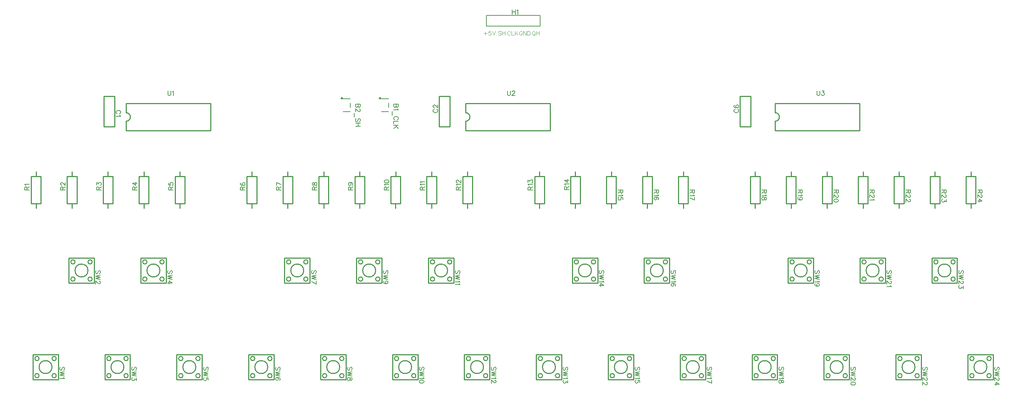
<source format=gto>
G04 Layer: TopSilkscreenLayer*
G04 EasyEDA v6.5.40, 2024-08-29 12:46:18*
G04 cb6e2e9fbd21486d88ae5690d2d3dc00,10*
G04 Gerber Generator version 0.2*
G04 Scale: 100 percent, Rotated: No, Reflected: No *
G04 Dimensions in millimeters *
G04 leading zeros omitted , absolute positions ,4 integer and 5 decimal *
%FSLAX45Y45*%
%MOMM*%

%ADD10C,0.1000*%
%ADD11C,0.1524*%
%ADD12C,0.2540*%
%ADD13C,0.2032*%
%ADD14C,0.2030*%
%ADD15C,0.3000*%
%ADD16C,0.0189*%

%LPD*%
D10*
X11407393Y6399276D02*
G01*
X11407393Y6317234D01*
X11366500Y6358381D02*
G01*
X11448288Y6358381D01*
X11532870Y6412737D02*
G01*
X11487404Y6412737D01*
X11482831Y6371844D01*
X11487404Y6376415D01*
X11501120Y6380987D01*
X11514581Y6380987D01*
X11528297Y6376415D01*
X11537441Y6367271D01*
X11542013Y6353810D01*
X11542013Y6344665D01*
X11537441Y6330950D01*
X11528297Y6321805D01*
X11514581Y6317234D01*
X11501120Y6317234D01*
X11487404Y6321805D01*
X11482831Y6326378D01*
X11478259Y6335521D01*
X11571986Y6412737D02*
G01*
X11608308Y6317234D01*
X11644629Y6412737D02*
G01*
X11608308Y6317234D01*
X11773154Y6399276D02*
G01*
X11764009Y6408165D01*
X11750293Y6412737D01*
X11732006Y6412737D01*
X11718543Y6408165D01*
X11709400Y6399276D01*
X11709400Y6390131D01*
X11713972Y6380987D01*
X11718543Y6376415D01*
X11727688Y6371844D01*
X11754865Y6362700D01*
X11764009Y6358381D01*
X11768581Y6353810D01*
X11773154Y6344665D01*
X11773154Y6330950D01*
X11764009Y6321805D01*
X11750293Y6317234D01*
X11732006Y6317234D01*
X11718543Y6321805D01*
X11709400Y6330950D01*
X11803125Y6412737D02*
G01*
X11803125Y6317234D01*
X11866625Y6412737D02*
G01*
X11866625Y6317234D01*
X11803125Y6367271D02*
G01*
X11866625Y6367271D01*
X11993372Y6390131D02*
G01*
X11989054Y6399276D01*
X11979909Y6408165D01*
X11970765Y6412737D01*
X11952477Y6412737D01*
X11943588Y6408165D01*
X11934443Y6399276D01*
X11929872Y6390131D01*
X11925300Y6376415D01*
X11925300Y6353810D01*
X11929872Y6340094D01*
X11934443Y6330950D01*
X11943588Y6321805D01*
X11952477Y6317234D01*
X11970765Y6317234D01*
X11979909Y6321805D01*
X11989054Y6330950D01*
X11993372Y6340094D01*
X12023597Y6412737D02*
G01*
X12023597Y6317234D01*
X12023597Y6317234D02*
G01*
X12077954Y6317234D01*
X12107925Y6412737D02*
G01*
X12107925Y6317234D01*
X12171679Y6412737D02*
G01*
X12107925Y6349237D01*
X12130786Y6371844D02*
G01*
X12171679Y6317234D01*
X12272772Y6390131D02*
G01*
X12268454Y6399276D01*
X12259309Y6408165D01*
X12250165Y6412737D01*
X12231877Y6412737D01*
X12222988Y6408165D01*
X12213843Y6399276D01*
X12209272Y6390131D01*
X12204700Y6376415D01*
X12204700Y6353810D01*
X12209272Y6340094D01*
X12213843Y6330950D01*
X12222988Y6321805D01*
X12231877Y6317234D01*
X12250165Y6317234D01*
X12259309Y6321805D01*
X12268454Y6330950D01*
X12272772Y6340094D01*
X12272772Y6353810D01*
X12250165Y6353810D02*
G01*
X12272772Y6353810D01*
X12302997Y6412737D02*
G01*
X12302997Y6317234D01*
X12302997Y6412737D02*
G01*
X12366497Y6317234D01*
X12366497Y6412737D02*
G01*
X12366497Y6317234D01*
X12396470Y6412737D02*
G01*
X12396470Y6317234D01*
X12396470Y6412737D02*
G01*
X12428220Y6412737D01*
X12441936Y6408165D01*
X12451079Y6399276D01*
X12455652Y6390131D01*
X12460224Y6376415D01*
X12460224Y6353810D01*
X12455652Y6340094D01*
X12451079Y6330950D01*
X12441936Y6321805D01*
X12428220Y6317234D01*
X12396470Y6317234D01*
X12536677Y6412737D02*
G01*
X12527788Y6408165D01*
X12518643Y6399276D01*
X12514072Y6390131D01*
X12509500Y6376415D01*
X12509500Y6353810D01*
X12514072Y6340094D01*
X12518643Y6330950D01*
X12527788Y6321805D01*
X12536677Y6317234D01*
X12554965Y6317234D01*
X12564109Y6321805D01*
X12573254Y6330950D01*
X12577572Y6340094D01*
X12582143Y6353810D01*
X12582143Y6376415D01*
X12577572Y6390131D01*
X12573254Y6399276D01*
X12564109Y6408165D01*
X12554965Y6412737D01*
X12536677Y6412737D01*
X12550393Y6335521D02*
G01*
X12577572Y6308344D01*
X12612115Y6412737D02*
G01*
X12612115Y6317234D01*
X12675870Y6412737D02*
G01*
X12675870Y6317234D01*
X12612115Y6367271D02*
G01*
X12675870Y6367271D01*
D11*
X2756362Y4459960D02*
G01*
X2766753Y4465157D01*
X2777144Y4475551D01*
X2782338Y4485937D01*
X2782338Y4506721D01*
X2777144Y4517110D01*
X2766753Y4527504D01*
X2756362Y4532701D01*
X2740774Y4537895D01*
X2714797Y4537895D01*
X2699212Y4532701D01*
X2688821Y4527504D01*
X2678429Y4517110D01*
X2673235Y4506721D01*
X2673235Y4485937D01*
X2678429Y4475551D01*
X2688821Y4465157D01*
X2699212Y4459960D01*
X2761556Y4425670D02*
G01*
X2766753Y4415281D01*
X2782338Y4399694D01*
X2673235Y4399694D01*
X10197637Y4564999D02*
G01*
X10187246Y4559805D01*
X10176855Y4549411D01*
X10171661Y4539025D01*
X10171661Y4518243D01*
X10176855Y4507849D01*
X10187246Y4497458D01*
X10197637Y4492261D01*
X10213225Y4487070D01*
X10239202Y4487070D01*
X10254787Y4492261D01*
X10265178Y4497458D01*
X10275570Y4507849D01*
X10280764Y4518243D01*
X10280764Y4539025D01*
X10275570Y4549411D01*
X10265178Y4559805D01*
X10254787Y4564999D01*
X10197637Y4604484D02*
G01*
X10192443Y4604484D01*
X10182052Y4609680D01*
X10176855Y4614877D01*
X10171661Y4625266D01*
X10171661Y4646051D01*
X10176855Y4656442D01*
X10182052Y4661634D01*
X10192443Y4666830D01*
X10202834Y4666830D01*
X10213225Y4661634D01*
X10228811Y4651245D01*
X10280764Y4599292D01*
X10280764Y4672027D01*
X8237992Y-1609344D02*
G01*
X8248406Y-1598929D01*
X8253486Y-1583436D01*
X8253486Y-1562607D01*
X8248406Y-1547113D01*
X8237992Y-1536700D01*
X8227578Y-1536700D01*
X8217164Y-1541779D01*
X8211830Y-1547113D01*
X8206750Y-1557528D01*
X8196336Y-1588770D01*
X8191256Y-1598929D01*
X8185922Y-1604263D01*
X8175508Y-1609344D01*
X8160014Y-1609344D01*
X8149600Y-1598929D01*
X8144520Y-1583436D01*
X8144520Y-1562607D01*
X8149600Y-1547113D01*
X8160014Y-1536700D01*
X8253486Y-1643634D02*
G01*
X8144520Y-1669795D01*
X8253486Y-1695704D02*
G01*
X8144520Y-1669795D01*
X8253486Y-1695704D02*
G01*
X8144520Y-1721612D01*
X8253486Y-1747520D02*
G01*
X8144520Y-1721612D01*
X8253486Y-1807971D02*
G01*
X8248406Y-1792223D01*
X8237992Y-1787144D01*
X8227578Y-1787144D01*
X8217164Y-1792223D01*
X8211830Y-1802637D01*
X8206750Y-1823465D01*
X8201670Y-1838960D01*
X8191256Y-1849373D01*
X8180842Y-1854707D01*
X8165094Y-1854707D01*
X8154680Y-1849373D01*
X8149600Y-1844294D01*
X8144520Y-1828800D01*
X8144520Y-1807971D01*
X8149600Y-1792223D01*
X8154680Y-1787144D01*
X8165094Y-1781810D01*
X8180842Y-1781810D01*
X8191256Y-1787144D01*
X8201670Y-1797557D01*
X8206750Y-1813052D01*
X8211830Y-1833879D01*
X8217164Y-1844294D01*
X8227578Y-1849373D01*
X8237992Y-1849373D01*
X8248406Y-1844294D01*
X8253486Y-1828800D01*
X8253486Y-1807971D01*
X9087990Y676655D02*
G01*
X9098404Y687070D01*
X9103484Y702563D01*
X9103484Y723392D01*
X9098404Y738886D01*
X9087990Y749300D01*
X9077576Y749300D01*
X9067162Y744220D01*
X9061828Y738886D01*
X9056748Y728471D01*
X9046334Y697229D01*
X9041254Y687070D01*
X9035920Y681736D01*
X9025506Y676655D01*
X9010012Y676655D01*
X8999598Y687070D01*
X8994518Y702563D01*
X8994518Y723392D01*
X8999598Y738886D01*
X9010012Y749300D01*
X9103484Y642365D02*
G01*
X8994518Y616204D01*
X9103484Y590295D02*
G01*
X8994518Y616204D01*
X9103484Y590295D02*
G01*
X8994518Y564387D01*
X9103484Y538479D02*
G01*
X8994518Y564387D01*
X9067162Y436626D02*
G01*
X9051668Y441705D01*
X9041254Y452120D01*
X9035920Y467613D01*
X9035920Y472947D01*
X9041254Y488442D01*
X9051668Y498855D01*
X9067162Y504189D01*
X9072242Y504189D01*
X9087990Y498855D01*
X9098404Y488442D01*
X9103484Y472947D01*
X9103484Y467613D01*
X9098404Y452120D01*
X9087990Y441705D01*
X9067162Y436626D01*
X9041254Y436626D01*
X9015092Y441705D01*
X8999598Y452120D01*
X8994518Y467613D01*
X8994518Y478028D01*
X8999598Y493776D01*
X9010012Y498855D01*
X9937988Y-1609344D02*
G01*
X9948402Y-1598929D01*
X9953482Y-1583436D01*
X9953482Y-1562607D01*
X9948402Y-1547113D01*
X9937988Y-1536700D01*
X9927574Y-1536700D01*
X9917160Y-1541779D01*
X9911826Y-1547113D01*
X9906746Y-1557528D01*
X9896332Y-1588770D01*
X9891252Y-1598929D01*
X9885918Y-1604263D01*
X9875504Y-1609344D01*
X9860010Y-1609344D01*
X9849596Y-1598929D01*
X9844516Y-1583436D01*
X9844516Y-1562607D01*
X9849596Y-1547113D01*
X9860010Y-1536700D01*
X9953482Y-1643634D02*
G01*
X9844516Y-1669795D01*
X9953482Y-1695704D02*
G01*
X9844516Y-1669795D01*
X9953482Y-1695704D02*
G01*
X9844516Y-1721612D01*
X9953482Y-1747520D02*
G01*
X9844516Y-1721612D01*
X9932654Y-1781810D02*
G01*
X9937988Y-1792223D01*
X9953482Y-1807971D01*
X9844516Y-1807971D01*
X9953482Y-1873250D02*
G01*
X9948402Y-1857755D01*
X9932654Y-1847342D01*
X9906746Y-1842262D01*
X9891252Y-1842262D01*
X9865090Y-1847342D01*
X9849596Y-1857755D01*
X9844516Y-1873250D01*
X9844516Y-1883663D01*
X9849596Y-1899412D01*
X9865090Y-1909826D01*
X9891252Y-1914905D01*
X9906746Y-1914905D01*
X9932654Y-1909826D01*
X9948402Y-1899412D01*
X9953482Y-1883663D01*
X9953482Y-1873250D01*
X10787987Y676655D02*
G01*
X10798401Y687070D01*
X10803481Y702563D01*
X10803481Y723392D01*
X10798401Y738886D01*
X10787987Y749300D01*
X10777573Y749300D01*
X10767159Y744220D01*
X10761825Y738886D01*
X10756745Y728471D01*
X10746331Y697229D01*
X10741251Y687070D01*
X10735917Y681736D01*
X10725503Y676655D01*
X10710009Y676655D01*
X10699595Y687070D01*
X10694515Y702563D01*
X10694515Y723392D01*
X10699595Y738886D01*
X10710009Y749300D01*
X10803481Y642365D02*
G01*
X10694515Y616204D01*
X10803481Y590295D02*
G01*
X10694515Y616204D01*
X10803481Y590295D02*
G01*
X10694515Y564387D01*
X10803481Y538479D02*
G01*
X10694515Y564387D01*
X10782653Y504189D02*
G01*
X10787987Y493776D01*
X10803481Y478028D01*
X10694515Y478028D01*
X10782653Y443737D02*
G01*
X10787987Y433323D01*
X10803481Y417829D01*
X10694515Y417829D01*
X11637985Y-1609344D02*
G01*
X11648399Y-1598929D01*
X11653479Y-1583436D01*
X11653479Y-1562607D01*
X11648399Y-1547113D01*
X11637985Y-1536700D01*
X11627571Y-1536700D01*
X11617157Y-1541779D01*
X11611823Y-1547113D01*
X11606743Y-1557528D01*
X11596329Y-1588770D01*
X11591249Y-1598929D01*
X11585915Y-1604263D01*
X11575501Y-1609344D01*
X11560007Y-1609344D01*
X11549593Y-1598929D01*
X11544513Y-1583436D01*
X11544513Y-1562607D01*
X11549593Y-1547113D01*
X11560007Y-1536700D01*
X11653479Y-1643634D02*
G01*
X11544513Y-1669795D01*
X11653479Y-1695704D02*
G01*
X11544513Y-1669795D01*
X11653479Y-1695704D02*
G01*
X11544513Y-1721612D01*
X11653479Y-1747520D02*
G01*
X11544513Y-1721612D01*
X11632651Y-1781810D02*
G01*
X11637985Y-1792223D01*
X11653479Y-1807971D01*
X11544513Y-1807971D01*
X11627571Y-1847342D02*
G01*
X11632651Y-1847342D01*
X11643065Y-1852676D01*
X11648399Y-1857755D01*
X11653479Y-1868170D01*
X11653479Y-1888997D01*
X11648399Y-1899412D01*
X11643065Y-1904492D01*
X11632651Y-1909826D01*
X11622237Y-1909826D01*
X11611823Y-1904492D01*
X11596329Y-1894078D01*
X11544513Y-1842262D01*
X11544513Y-1914905D01*
X13337981Y-1609344D02*
G01*
X13348395Y-1598929D01*
X13353475Y-1583436D01*
X13353475Y-1562607D01*
X13348395Y-1547113D01*
X13337981Y-1536700D01*
X13327567Y-1536700D01*
X13317153Y-1541779D01*
X13311819Y-1547113D01*
X13306739Y-1557528D01*
X13296325Y-1588770D01*
X13291245Y-1598929D01*
X13285911Y-1604263D01*
X13275497Y-1609344D01*
X13260003Y-1609344D01*
X13249589Y-1598929D01*
X13244509Y-1583436D01*
X13244509Y-1562607D01*
X13249589Y-1547113D01*
X13260003Y-1536700D01*
X13353475Y-1643634D02*
G01*
X13244509Y-1669795D01*
X13353475Y-1695704D02*
G01*
X13244509Y-1669795D01*
X13353475Y-1695704D02*
G01*
X13244509Y-1721612D01*
X13353475Y-1747520D02*
G01*
X13244509Y-1721612D01*
X13332647Y-1781810D02*
G01*
X13337981Y-1792223D01*
X13353475Y-1807971D01*
X13244509Y-1807971D01*
X13353475Y-1852676D02*
G01*
X13353475Y-1909826D01*
X13311819Y-1878584D01*
X13311819Y-1894078D01*
X13306739Y-1904492D01*
X13301659Y-1909826D01*
X13285911Y-1914905D01*
X13275497Y-1914905D01*
X13260003Y-1909826D01*
X13249589Y-1899412D01*
X13244509Y-1883663D01*
X13244509Y-1868170D01*
X13249589Y-1852676D01*
X13254669Y-1847342D01*
X13265083Y-1842262D01*
X14187980Y676655D02*
G01*
X14198394Y687070D01*
X14203474Y702563D01*
X14203474Y723392D01*
X14198394Y738886D01*
X14187980Y749300D01*
X14177566Y749300D01*
X14167152Y744220D01*
X14161818Y738886D01*
X14156738Y728471D01*
X14146324Y697229D01*
X14141244Y687070D01*
X14135910Y681736D01*
X14125496Y676655D01*
X14110002Y676655D01*
X14099588Y687070D01*
X14094508Y702563D01*
X14094508Y723392D01*
X14099588Y738886D01*
X14110002Y749300D01*
X14203474Y642365D02*
G01*
X14094508Y616204D01*
X14203474Y590295D02*
G01*
X14094508Y616204D01*
X14203474Y590295D02*
G01*
X14094508Y564387D01*
X14203474Y538479D02*
G01*
X14094508Y564387D01*
X14182646Y504189D02*
G01*
X14187980Y493776D01*
X14203474Y478028D01*
X14094508Y478028D01*
X14203474Y391921D02*
G01*
X14130830Y443737D01*
X14130830Y365760D01*
X14203474Y391921D02*
G01*
X14094508Y391921D01*
X15037978Y-1609344D02*
G01*
X15048392Y-1598929D01*
X15053472Y-1583436D01*
X15053472Y-1562607D01*
X15048392Y-1547113D01*
X15037978Y-1536700D01*
X15027564Y-1536700D01*
X15017150Y-1541779D01*
X15011816Y-1547113D01*
X15006736Y-1557528D01*
X14996322Y-1588770D01*
X14991242Y-1598929D01*
X14985908Y-1604263D01*
X14975494Y-1609344D01*
X14960000Y-1609344D01*
X14949586Y-1598929D01*
X14944506Y-1583436D01*
X14944506Y-1562607D01*
X14949586Y-1547113D01*
X14960000Y-1536700D01*
X15053472Y-1643634D02*
G01*
X14944506Y-1669795D01*
X15053472Y-1695704D02*
G01*
X14944506Y-1669795D01*
X15053472Y-1695704D02*
G01*
X14944506Y-1721612D01*
X15053472Y-1747520D02*
G01*
X14944506Y-1721612D01*
X15032644Y-1781810D02*
G01*
X15037978Y-1792223D01*
X15053472Y-1807971D01*
X14944506Y-1807971D01*
X15053472Y-1904492D02*
G01*
X15053472Y-1852676D01*
X15006736Y-1847342D01*
X15011816Y-1852676D01*
X15017150Y-1868170D01*
X15017150Y-1883663D01*
X15011816Y-1899412D01*
X15001656Y-1909826D01*
X14985908Y-1914905D01*
X14975494Y-1914905D01*
X14960000Y-1909826D01*
X14949586Y-1899412D01*
X14944506Y-1883663D01*
X14944506Y-1868170D01*
X14949586Y-1852676D01*
X14954666Y-1847342D01*
X14965080Y-1842262D01*
X15887976Y676655D02*
G01*
X15898390Y687070D01*
X15903470Y702563D01*
X15903470Y723392D01*
X15898390Y738886D01*
X15887976Y749300D01*
X15877562Y749300D01*
X15867148Y744220D01*
X15861814Y738886D01*
X15856734Y728471D01*
X15846320Y697229D01*
X15841240Y687070D01*
X15835906Y681736D01*
X15825492Y676655D01*
X15809998Y676655D01*
X15799584Y687070D01*
X15794504Y702563D01*
X15794504Y723392D01*
X15799584Y738886D01*
X15809998Y749300D01*
X15903470Y642365D02*
G01*
X15794504Y616204D01*
X15903470Y590295D02*
G01*
X15794504Y616204D01*
X15903470Y590295D02*
G01*
X15794504Y564387D01*
X15903470Y538479D02*
G01*
X15794504Y564387D01*
X15882642Y504189D02*
G01*
X15887976Y493776D01*
X15903470Y478028D01*
X15794504Y478028D01*
X15887976Y381507D02*
G01*
X15898390Y386587D01*
X15903470Y402336D01*
X15903470Y412750D01*
X15898390Y428244D01*
X15882642Y438657D01*
X15856734Y443737D01*
X15830826Y443737D01*
X15809998Y438657D01*
X15799584Y428244D01*
X15794504Y412750D01*
X15794504Y407415D01*
X15799584Y391921D01*
X15809998Y381507D01*
X15825492Y376173D01*
X15830826Y376173D01*
X15846320Y381507D01*
X15856734Y391921D01*
X15861814Y407415D01*
X15861814Y412750D01*
X15856734Y428244D01*
X15846320Y438657D01*
X15830826Y443737D01*
X16737975Y-1609344D02*
G01*
X16748389Y-1598929D01*
X16753469Y-1583436D01*
X16753469Y-1562607D01*
X16748389Y-1547113D01*
X16737975Y-1536700D01*
X16727561Y-1536700D01*
X16717147Y-1541779D01*
X16711813Y-1547113D01*
X16706733Y-1557528D01*
X16696319Y-1588770D01*
X16691239Y-1598929D01*
X16685905Y-1604263D01*
X16675491Y-1609344D01*
X16659997Y-1609344D01*
X16649583Y-1598929D01*
X16644503Y-1583436D01*
X16644503Y-1562607D01*
X16649583Y-1547113D01*
X16659997Y-1536700D01*
X16753469Y-1643634D02*
G01*
X16644503Y-1669795D01*
X16753469Y-1695704D02*
G01*
X16644503Y-1669795D01*
X16753469Y-1695704D02*
G01*
X16644503Y-1721612D01*
X16753469Y-1747520D02*
G01*
X16644503Y-1721612D01*
X16732641Y-1781810D02*
G01*
X16737975Y-1792223D01*
X16753469Y-1807971D01*
X16644503Y-1807971D01*
X16753469Y-1914905D02*
G01*
X16644503Y-1863089D01*
X16753469Y-1842262D02*
G01*
X16753469Y-1914905D01*
X18437971Y-1609344D02*
G01*
X18448385Y-1598929D01*
X18453465Y-1583436D01*
X18453465Y-1562607D01*
X18448385Y-1547113D01*
X18437971Y-1536700D01*
X18427557Y-1536700D01*
X18417143Y-1541779D01*
X18411809Y-1547113D01*
X18406729Y-1557528D01*
X18396315Y-1588770D01*
X18391235Y-1598929D01*
X18385901Y-1604263D01*
X18375487Y-1609344D01*
X18359993Y-1609344D01*
X18349579Y-1598929D01*
X18344499Y-1583436D01*
X18344499Y-1562607D01*
X18349579Y-1547113D01*
X18359993Y-1536700D01*
X18453465Y-1643634D02*
G01*
X18344499Y-1669795D01*
X18453465Y-1695704D02*
G01*
X18344499Y-1669795D01*
X18453465Y-1695704D02*
G01*
X18344499Y-1721612D01*
X18453465Y-1747520D02*
G01*
X18344499Y-1721612D01*
X18432637Y-1781810D02*
G01*
X18437971Y-1792223D01*
X18453465Y-1807971D01*
X18344499Y-1807971D01*
X18453465Y-1868170D02*
G01*
X18448385Y-1852676D01*
X18437971Y-1847342D01*
X18427557Y-1847342D01*
X18417143Y-1852676D01*
X18411809Y-1863089D01*
X18406729Y-1883663D01*
X18401649Y-1899412D01*
X18391235Y-1909826D01*
X18380821Y-1914905D01*
X18365073Y-1914905D01*
X18354659Y-1909826D01*
X18349579Y-1904492D01*
X18344499Y-1888997D01*
X18344499Y-1868170D01*
X18349579Y-1852676D01*
X18354659Y-1847342D01*
X18365073Y-1842262D01*
X18380821Y-1842262D01*
X18391235Y-1847342D01*
X18401649Y-1857755D01*
X18406729Y-1873250D01*
X18411809Y-1894078D01*
X18417143Y-1904492D01*
X18427557Y-1909826D01*
X18437971Y-1909826D01*
X18448385Y-1904492D01*
X18453465Y-1888997D01*
X18453465Y-1868170D01*
X19287970Y676655D02*
G01*
X19298384Y687070D01*
X19303464Y702563D01*
X19303464Y723392D01*
X19298384Y738886D01*
X19287970Y749300D01*
X19277556Y749300D01*
X19267142Y744220D01*
X19261808Y738886D01*
X19256728Y728471D01*
X19246314Y697229D01*
X19241234Y687070D01*
X19235900Y681736D01*
X19225486Y676655D01*
X19209992Y676655D01*
X19199578Y687070D01*
X19194498Y702563D01*
X19194498Y723392D01*
X19199578Y738886D01*
X19209992Y749300D01*
X19303464Y642365D02*
G01*
X19194498Y616204D01*
X19303464Y590295D02*
G01*
X19194498Y616204D01*
X19303464Y590295D02*
G01*
X19194498Y564387D01*
X19303464Y538479D02*
G01*
X19194498Y564387D01*
X19282636Y504189D02*
G01*
X19287970Y493776D01*
X19303464Y478028D01*
X19194498Y478028D01*
X19267142Y376173D02*
G01*
X19251648Y381507D01*
X19241234Y391921D01*
X19235900Y407415D01*
X19235900Y412750D01*
X19241234Y428244D01*
X19251648Y438657D01*
X19267142Y443737D01*
X19272222Y443737D01*
X19287970Y438657D01*
X19298384Y428244D01*
X19303464Y412750D01*
X19303464Y407415D01*
X19298384Y391921D01*
X19287970Y381507D01*
X19267142Y376173D01*
X19241234Y376173D01*
X19215072Y381507D01*
X19199578Y391921D01*
X19194498Y407415D01*
X19194498Y417829D01*
X19199578Y433323D01*
X19209992Y438657D01*
X20137968Y-1609344D02*
G01*
X20148382Y-1598929D01*
X20153462Y-1583436D01*
X20153462Y-1562607D01*
X20148382Y-1547113D01*
X20137968Y-1536700D01*
X20127554Y-1536700D01*
X20117140Y-1541779D01*
X20111806Y-1547113D01*
X20106726Y-1557528D01*
X20096312Y-1588770D01*
X20091232Y-1598929D01*
X20085898Y-1604263D01*
X20075484Y-1609344D01*
X20059990Y-1609344D01*
X20049576Y-1598929D01*
X20044496Y-1583436D01*
X20044496Y-1562607D01*
X20049576Y-1547113D01*
X20059990Y-1536700D01*
X20153462Y-1643634D02*
G01*
X20044496Y-1669795D01*
X20153462Y-1695704D02*
G01*
X20044496Y-1669795D01*
X20153462Y-1695704D02*
G01*
X20044496Y-1721612D01*
X20153462Y-1747520D02*
G01*
X20044496Y-1721612D01*
X20127554Y-1787144D02*
G01*
X20132634Y-1787144D01*
X20143048Y-1792223D01*
X20148382Y-1797557D01*
X20153462Y-1807971D01*
X20153462Y-1828800D01*
X20148382Y-1838960D01*
X20143048Y-1844294D01*
X20132634Y-1849373D01*
X20122220Y-1849373D01*
X20111806Y-1844294D01*
X20096312Y-1833879D01*
X20044496Y-1781810D01*
X20044496Y-1854707D01*
X20153462Y-1920239D02*
G01*
X20148382Y-1904492D01*
X20132634Y-1894078D01*
X20106726Y-1888997D01*
X20091232Y-1888997D01*
X20065070Y-1894078D01*
X20049576Y-1904492D01*
X20044496Y-1920239D01*
X20044496Y-1930400D01*
X20049576Y-1946147D01*
X20065070Y-1956562D01*
X20091232Y-1961642D01*
X20106726Y-1961642D01*
X20132634Y-1956562D01*
X20148382Y-1946147D01*
X20153462Y-1930400D01*
X20153462Y-1920239D01*
X20987966Y676655D02*
G01*
X20998380Y687070D01*
X21003460Y702563D01*
X21003460Y723392D01*
X20998380Y738886D01*
X20987966Y749300D01*
X20977552Y749300D01*
X20967138Y744220D01*
X20961804Y738886D01*
X20956724Y728471D01*
X20946310Y697229D01*
X20941230Y687070D01*
X20935896Y681736D01*
X20925482Y676655D01*
X20909988Y676655D01*
X20899574Y687070D01*
X20894494Y702563D01*
X20894494Y723392D01*
X20899574Y738886D01*
X20909988Y749300D01*
X21003460Y642365D02*
G01*
X20894494Y616204D01*
X21003460Y590295D02*
G01*
X20894494Y616204D01*
X21003460Y590295D02*
G01*
X20894494Y564387D01*
X21003460Y538479D02*
G01*
X20894494Y564387D01*
X20977552Y498855D02*
G01*
X20982632Y498855D01*
X20993046Y493776D01*
X20998380Y488442D01*
X21003460Y478028D01*
X21003460Y457200D01*
X20998380Y447039D01*
X20993046Y441705D01*
X20982632Y436626D01*
X20972218Y436626D01*
X20961804Y441705D01*
X20946310Y452120D01*
X20894494Y504189D01*
X20894494Y431292D01*
X20982632Y397002D02*
G01*
X20987966Y386587D01*
X21003460Y371094D01*
X20894494Y371094D01*
X21837964Y-1609344D02*
G01*
X21848378Y-1598929D01*
X21853458Y-1583436D01*
X21853458Y-1562607D01*
X21848378Y-1547113D01*
X21837964Y-1536700D01*
X21827550Y-1536700D01*
X21817136Y-1541779D01*
X21811802Y-1547113D01*
X21806722Y-1557528D01*
X21796308Y-1588770D01*
X21791228Y-1598929D01*
X21785894Y-1604263D01*
X21775480Y-1609344D01*
X21759986Y-1609344D01*
X21749572Y-1598929D01*
X21744492Y-1583436D01*
X21744492Y-1562607D01*
X21749572Y-1547113D01*
X21759986Y-1536700D01*
X21853458Y-1643634D02*
G01*
X21744492Y-1669795D01*
X21853458Y-1695704D02*
G01*
X21744492Y-1669795D01*
X21853458Y-1695704D02*
G01*
X21744492Y-1721612D01*
X21853458Y-1747520D02*
G01*
X21744492Y-1721612D01*
X21827550Y-1787144D02*
G01*
X21832630Y-1787144D01*
X21843044Y-1792223D01*
X21848378Y-1797557D01*
X21853458Y-1807971D01*
X21853458Y-1828800D01*
X21848378Y-1838960D01*
X21843044Y-1844294D01*
X21832630Y-1849373D01*
X21822216Y-1849373D01*
X21811802Y-1844294D01*
X21796308Y-1833879D01*
X21744492Y-1781810D01*
X21744492Y-1854707D01*
X21827550Y-1894078D02*
G01*
X21832630Y-1894078D01*
X21843044Y-1899412D01*
X21848378Y-1904492D01*
X21853458Y-1914905D01*
X21853458Y-1935734D01*
X21848378Y-1946147D01*
X21843044Y-1951228D01*
X21832630Y-1956562D01*
X21822216Y-1956562D01*
X21811802Y-1951228D01*
X21796308Y-1940813D01*
X21744492Y-1888997D01*
X21744492Y-1961642D01*
X22687963Y676655D02*
G01*
X22698377Y687070D01*
X22703457Y702563D01*
X22703457Y723392D01*
X22698377Y738886D01*
X22687963Y749300D01*
X22677549Y749300D01*
X22667135Y744220D01*
X22661801Y738886D01*
X22656721Y728471D01*
X22646307Y697229D01*
X22641227Y687070D01*
X22635893Y681736D01*
X22625479Y676655D01*
X22609985Y676655D01*
X22599571Y687070D01*
X22594491Y702563D01*
X22594491Y723392D01*
X22599571Y738886D01*
X22609985Y749300D01*
X22703457Y642365D02*
G01*
X22594491Y616204D01*
X22703457Y590295D02*
G01*
X22594491Y616204D01*
X22703457Y590295D02*
G01*
X22594491Y564387D01*
X22703457Y538479D02*
G01*
X22594491Y564387D01*
X22677549Y498855D02*
G01*
X22682629Y498855D01*
X22693043Y493776D01*
X22698377Y488442D01*
X22703457Y478028D01*
X22703457Y457200D01*
X22698377Y447039D01*
X22693043Y441705D01*
X22682629Y436626D01*
X22672215Y436626D01*
X22661801Y441705D01*
X22646307Y452120D01*
X22594491Y504189D01*
X22594491Y431292D01*
X22703457Y386587D02*
G01*
X22703457Y329437D01*
X22661801Y360679D01*
X22661801Y345186D01*
X22656721Y334771D01*
X22651641Y329437D01*
X22635893Y324357D01*
X22625479Y324357D01*
X22609985Y329437D01*
X22599571Y339852D01*
X22594491Y355600D01*
X22594491Y371094D01*
X22599571Y386587D01*
X22604651Y391921D01*
X22615065Y397002D01*
X23537961Y-1609344D02*
G01*
X23548375Y-1598929D01*
X23553455Y-1583436D01*
X23553455Y-1562607D01*
X23548375Y-1547113D01*
X23537961Y-1536700D01*
X23527547Y-1536700D01*
X23517133Y-1541779D01*
X23511799Y-1547113D01*
X23506719Y-1557528D01*
X23496305Y-1588770D01*
X23491225Y-1598929D01*
X23485891Y-1604263D01*
X23475477Y-1609344D01*
X23459983Y-1609344D01*
X23449569Y-1598929D01*
X23444489Y-1583436D01*
X23444489Y-1562607D01*
X23449569Y-1547113D01*
X23459983Y-1536700D01*
X23553455Y-1643634D02*
G01*
X23444489Y-1669795D01*
X23553455Y-1695704D02*
G01*
X23444489Y-1669795D01*
X23553455Y-1695704D02*
G01*
X23444489Y-1721612D01*
X23553455Y-1747520D02*
G01*
X23444489Y-1721612D01*
X23527547Y-1787144D02*
G01*
X23532627Y-1787144D01*
X23543041Y-1792223D01*
X23548375Y-1797557D01*
X23553455Y-1807971D01*
X23553455Y-1828800D01*
X23548375Y-1838960D01*
X23543041Y-1844294D01*
X23532627Y-1849373D01*
X23522213Y-1849373D01*
X23511799Y-1844294D01*
X23496305Y-1833879D01*
X23444489Y-1781810D01*
X23444489Y-1854707D01*
X23553455Y-1940813D02*
G01*
X23480811Y-1888997D01*
X23480811Y-1966976D01*
X23553455Y-1940813D02*
G01*
X23444489Y-1940813D01*
X1438005Y-1609369D02*
G01*
X1448419Y-1598955D01*
X1453499Y-1583461D01*
X1453499Y-1562633D01*
X1448419Y-1547139D01*
X1438005Y-1536725D01*
X1427591Y-1536725D01*
X1417177Y-1541805D01*
X1411843Y-1547139D01*
X1406763Y-1557553D01*
X1396349Y-1588541D01*
X1391269Y-1598955D01*
X1385935Y-1604289D01*
X1375521Y-1609369D01*
X1360027Y-1609369D01*
X1349613Y-1598955D01*
X1344533Y-1583461D01*
X1344533Y-1562633D01*
X1349613Y-1547139D01*
X1360027Y-1536725D01*
X1453499Y-1643659D02*
G01*
X1344533Y-1669821D01*
X1453499Y-1695729D02*
G01*
X1344533Y-1669821D01*
X1453499Y-1695729D02*
G01*
X1344533Y-1721637D01*
X1453499Y-1747545D02*
G01*
X1344533Y-1721637D01*
X1432671Y-1781835D02*
G01*
X1438005Y-1792249D01*
X1453499Y-1807997D01*
X1344533Y-1807997D01*
X2288004Y676655D02*
G01*
X2298418Y687070D01*
X2303498Y702563D01*
X2303498Y723392D01*
X2298418Y738886D01*
X2288004Y749300D01*
X2277590Y749300D01*
X2267176Y744220D01*
X2261842Y738886D01*
X2256762Y728471D01*
X2246348Y697229D01*
X2241268Y687070D01*
X2235934Y681736D01*
X2225520Y676655D01*
X2210026Y676655D01*
X2199612Y687070D01*
X2194278Y702563D01*
X2194278Y723392D01*
X2199612Y738886D01*
X2210026Y749300D01*
X2303498Y642365D02*
G01*
X2194278Y616204D01*
X2303498Y590295D02*
G01*
X2194278Y616204D01*
X2303498Y590295D02*
G01*
X2194278Y564387D01*
X2303498Y538479D02*
G01*
X2194278Y564387D01*
X2277590Y498855D02*
G01*
X2282670Y498855D01*
X2293084Y493776D01*
X2298418Y488442D01*
X2303498Y478028D01*
X2303498Y457200D01*
X2298418Y447039D01*
X2293084Y441705D01*
X2282670Y436626D01*
X2272256Y436626D01*
X2261842Y441705D01*
X2246348Y452120D01*
X2194278Y504189D01*
X2194278Y431292D01*
X3138002Y-1609344D02*
G01*
X3148416Y-1598929D01*
X3153496Y-1583436D01*
X3153496Y-1562607D01*
X3148416Y-1547113D01*
X3138002Y-1536700D01*
X3127588Y-1536700D01*
X3117174Y-1541779D01*
X3111840Y-1547113D01*
X3106760Y-1557528D01*
X3096346Y-1588770D01*
X3091266Y-1598929D01*
X3085932Y-1604263D01*
X3075518Y-1609344D01*
X3060024Y-1609344D01*
X3049610Y-1598929D01*
X3044276Y-1583436D01*
X3044276Y-1562607D01*
X3049610Y-1547113D01*
X3060024Y-1536700D01*
X3153496Y-1643634D02*
G01*
X3044276Y-1669795D01*
X3153496Y-1695704D02*
G01*
X3044276Y-1669795D01*
X3153496Y-1695704D02*
G01*
X3044276Y-1721612D01*
X3153496Y-1747520D02*
G01*
X3044276Y-1721612D01*
X3153496Y-1792223D02*
G01*
X3153496Y-1849373D01*
X3111840Y-1818386D01*
X3111840Y-1833879D01*
X3106760Y-1844294D01*
X3101426Y-1849373D01*
X3085932Y-1854707D01*
X3075518Y-1854707D01*
X3060024Y-1849373D01*
X3049610Y-1838960D01*
X3044276Y-1823465D01*
X3044276Y-1807971D01*
X3049610Y-1792223D01*
X3054690Y-1787144D01*
X3065104Y-1781810D01*
X3988000Y676655D02*
G01*
X3998414Y687070D01*
X4003494Y702563D01*
X4003494Y723392D01*
X3998414Y738886D01*
X3988000Y749300D01*
X3977586Y749300D01*
X3967172Y744220D01*
X3961838Y738886D01*
X3956758Y728471D01*
X3946344Y697229D01*
X3941264Y687070D01*
X3935930Y681736D01*
X3925516Y676655D01*
X3910022Y676655D01*
X3899608Y687070D01*
X3894274Y702563D01*
X3894274Y723392D01*
X3899608Y738886D01*
X3910022Y749300D01*
X4003494Y642365D02*
G01*
X3894274Y616204D01*
X4003494Y590295D02*
G01*
X3894274Y616204D01*
X4003494Y590295D02*
G01*
X3894274Y564387D01*
X4003494Y538479D02*
G01*
X3894274Y564387D01*
X4003494Y452120D02*
G01*
X3930850Y504189D01*
X3930850Y426212D01*
X4003494Y452120D02*
G01*
X3894274Y452120D01*
X4837998Y-1609344D02*
G01*
X4848412Y-1598929D01*
X4853492Y-1583436D01*
X4853492Y-1562607D01*
X4848412Y-1547113D01*
X4837998Y-1536700D01*
X4827584Y-1536700D01*
X4817170Y-1541779D01*
X4811836Y-1547113D01*
X4806756Y-1557528D01*
X4796342Y-1588770D01*
X4791262Y-1598929D01*
X4785928Y-1604263D01*
X4775514Y-1609344D01*
X4760020Y-1609344D01*
X4749606Y-1598929D01*
X4744272Y-1583436D01*
X4744272Y-1562607D01*
X4749606Y-1547113D01*
X4760020Y-1536700D01*
X4853492Y-1643634D02*
G01*
X4744272Y-1669795D01*
X4853492Y-1695704D02*
G01*
X4744272Y-1669795D01*
X4853492Y-1695704D02*
G01*
X4744272Y-1721612D01*
X4853492Y-1747520D02*
G01*
X4744272Y-1721612D01*
X4853492Y-1844294D02*
G01*
X4853492Y-1792223D01*
X4806756Y-1787144D01*
X4811836Y-1792223D01*
X4817170Y-1807971D01*
X4817170Y-1823465D01*
X4811836Y-1838960D01*
X4801422Y-1849373D01*
X4785928Y-1854707D01*
X4775514Y-1854707D01*
X4760020Y-1849373D01*
X4749606Y-1838960D01*
X4744272Y-1823465D01*
X4744272Y-1807971D01*
X4749606Y-1792223D01*
X4754686Y-1787144D01*
X4765100Y-1781810D01*
X6537995Y-1609344D02*
G01*
X6548409Y-1598929D01*
X6553489Y-1583436D01*
X6553489Y-1562607D01*
X6548409Y-1547113D01*
X6537995Y-1536700D01*
X6527581Y-1536700D01*
X6517167Y-1541779D01*
X6511833Y-1547113D01*
X6506753Y-1557528D01*
X6496339Y-1588770D01*
X6491259Y-1598929D01*
X6485925Y-1604263D01*
X6475511Y-1609344D01*
X6460017Y-1609344D01*
X6449603Y-1598929D01*
X6444269Y-1583436D01*
X6444269Y-1562607D01*
X6449603Y-1547113D01*
X6460017Y-1536700D01*
X6553489Y-1643634D02*
G01*
X6444269Y-1669795D01*
X6553489Y-1695704D02*
G01*
X6444269Y-1669795D01*
X6553489Y-1695704D02*
G01*
X6444269Y-1721612D01*
X6553489Y-1747520D02*
G01*
X6444269Y-1721612D01*
X6537995Y-1844294D02*
G01*
X6548409Y-1838960D01*
X6553489Y-1823465D01*
X6553489Y-1813052D01*
X6548409Y-1797557D01*
X6532661Y-1787144D01*
X6506753Y-1781810D01*
X6480845Y-1781810D01*
X6460017Y-1787144D01*
X6449603Y-1797557D01*
X6444269Y-1813052D01*
X6444269Y-1818386D01*
X6449603Y-1833879D01*
X6460017Y-1844294D01*
X6475511Y-1849373D01*
X6480845Y-1849373D01*
X6496339Y-1844294D01*
X6506753Y-1833879D01*
X6511833Y-1818386D01*
X6511833Y-1813052D01*
X6506753Y-1797557D01*
X6496339Y-1787144D01*
X6480845Y-1781810D01*
X7387993Y676655D02*
G01*
X7398407Y687070D01*
X7403487Y702563D01*
X7403487Y723392D01*
X7398407Y738886D01*
X7387993Y749300D01*
X7377579Y749300D01*
X7367165Y744220D01*
X7361831Y738886D01*
X7356751Y728471D01*
X7346337Y697229D01*
X7341257Y687070D01*
X7335923Y681736D01*
X7325509Y676655D01*
X7310015Y676655D01*
X7299601Y687070D01*
X7294267Y702563D01*
X7294267Y723392D01*
X7299601Y738886D01*
X7310015Y749300D01*
X7403487Y642365D02*
G01*
X7294267Y616204D01*
X7403487Y590295D02*
G01*
X7294267Y616204D01*
X7403487Y590295D02*
G01*
X7294267Y564387D01*
X7403487Y538479D02*
G01*
X7294267Y564387D01*
X7403487Y431292D02*
G01*
X7294267Y483362D01*
X7403487Y504189D02*
G01*
X7403487Y431292D01*
X17309591Y4565063D02*
G01*
X17299177Y4559731D01*
X17288763Y4549315D01*
X17283684Y4539157D01*
X17283684Y4518327D01*
X17288763Y4507913D01*
X17299177Y4497499D01*
X17309591Y4492165D01*
X17325340Y4487087D01*
X17351248Y4487087D01*
X17366741Y4492165D01*
X17377156Y4497499D01*
X17387570Y4507913D01*
X17392650Y4518327D01*
X17392650Y4539157D01*
X17387570Y4549315D01*
X17377156Y4559731D01*
X17366741Y4565063D01*
X17299177Y4661583D02*
G01*
X17288763Y4656505D01*
X17283684Y4640757D01*
X17283684Y4630595D01*
X17288763Y4614849D01*
X17304511Y4604433D01*
X17330420Y4599355D01*
X17356327Y4599355D01*
X17377156Y4604433D01*
X17387570Y4614849D01*
X17392650Y4630595D01*
X17392650Y4635677D01*
X17387570Y4651171D01*
X17377156Y4661583D01*
X17361661Y4666917D01*
X17356327Y4666917D01*
X17340834Y4661583D01*
X17330420Y4651171D01*
X17325340Y4635677D01*
X17325340Y4630595D01*
X17330420Y4614849D01*
X17340834Y4604433D01*
X17356327Y4599355D01*
X3899763Y5001437D02*
G01*
X3899763Y4923459D01*
X3904843Y4907963D01*
X3915257Y4897551D01*
X3931005Y4892471D01*
X3941419Y4892471D01*
X3956913Y4897551D01*
X3967327Y4907963D01*
X3972407Y4923459D01*
X3972407Y5001437D01*
X4006697Y4980609D02*
G01*
X4017111Y4985943D01*
X4032859Y5001437D01*
X4032859Y4892471D01*
X11926163Y5001420D02*
G01*
X11926163Y4923442D01*
X11931243Y4907945D01*
X11941657Y4897534D01*
X11957405Y4892454D01*
X11967819Y4892454D01*
X11983313Y4897534D01*
X11993727Y4907945D01*
X11998807Y4923442D01*
X11998807Y5001420D01*
X12038431Y4975512D02*
G01*
X12038431Y4980592D01*
X12043511Y4991003D01*
X12048845Y4996337D01*
X12059259Y5001420D01*
X12079833Y5001420D01*
X12090247Y4996337D01*
X12095581Y4991003D01*
X12100661Y4980592D01*
X12100661Y4970178D01*
X12095581Y4959761D01*
X12085167Y4944270D01*
X12033097Y4892454D01*
X12105995Y4892454D01*
X19241363Y5001437D02*
G01*
X19241363Y4923459D01*
X19246443Y4907965D01*
X19256857Y4897551D01*
X19272605Y4892471D01*
X19283019Y4892471D01*
X19298513Y4897551D01*
X19308927Y4907965D01*
X19314007Y4923459D01*
X19314007Y5001437D01*
X19358711Y5001437D02*
G01*
X19415861Y5001437D01*
X19384873Y4959781D01*
X19400367Y4959781D01*
X19410781Y4954701D01*
X19415861Y4949621D01*
X19421195Y4933873D01*
X19421195Y4923459D01*
X19415861Y4907965D01*
X19405447Y4897551D01*
X19389953Y4892471D01*
X19374459Y4892471D01*
X19358711Y4897551D01*
X19353631Y4902631D01*
X19348297Y4913045D01*
X9348215Y4686307D02*
G01*
X9239250Y4686307D01*
X9348215Y4686307D02*
G01*
X9348215Y4639571D01*
X9343136Y4624077D01*
X9337802Y4618743D01*
X9327388Y4613663D01*
X9316974Y4613663D01*
X9306559Y4618743D01*
X9301479Y4624077D01*
X9296400Y4639571D01*
X9296400Y4686307D02*
G01*
X9296400Y4639571D01*
X9291065Y4624077D01*
X9285986Y4618743D01*
X9275572Y4613663D01*
X9259824Y4613663D01*
X9249409Y4618743D01*
X9244329Y4624077D01*
X9239250Y4639571D01*
X9239250Y4686307D01*
X9327388Y4579373D02*
G01*
X9332722Y4568959D01*
X9348215Y4553211D01*
X9239250Y4553211D01*
X9202674Y4518921D02*
G01*
X9202674Y4425449D01*
X9322308Y4313181D02*
G01*
X9332722Y4318515D01*
X9343136Y4328929D01*
X9348215Y4339343D01*
X9348215Y4359917D01*
X9343136Y4370331D01*
X9332722Y4380745D01*
X9322308Y4386079D01*
X9306559Y4391159D01*
X9280652Y4391159D01*
X9265158Y4386079D01*
X9254743Y4380745D01*
X9244329Y4370331D01*
X9239250Y4359917D01*
X9239250Y4339343D01*
X9244329Y4328929D01*
X9254743Y4318515D01*
X9265158Y4313181D01*
X9348215Y4278891D02*
G01*
X9239250Y4278891D01*
X9239250Y4278891D02*
G01*
X9239250Y4216661D01*
X9348215Y4182371D02*
G01*
X9239250Y4182371D01*
X9348215Y4109727D02*
G01*
X9275572Y4182371D01*
X9301479Y4156463D02*
G01*
X9239250Y4109727D01*
X8446515Y4686300D02*
G01*
X8337550Y4686300D01*
X8446515Y4686300D02*
G01*
X8446515Y4639563D01*
X8441436Y4624070D01*
X8436102Y4618736D01*
X8425688Y4613655D01*
X8415274Y4613655D01*
X8404859Y4618736D01*
X8399779Y4624070D01*
X8394700Y4639563D01*
X8394700Y4686300D02*
G01*
X8394700Y4639563D01*
X8389365Y4624070D01*
X8384286Y4618736D01*
X8373872Y4613655D01*
X8358124Y4613655D01*
X8347709Y4618736D01*
X8342629Y4624070D01*
X8337550Y4639563D01*
X8337550Y4686300D01*
X8420608Y4574031D02*
G01*
X8425688Y4574031D01*
X8436102Y4568952D01*
X8441436Y4563618D01*
X8446515Y4553204D01*
X8446515Y4532629D01*
X8441436Y4522215D01*
X8436102Y4516881D01*
X8425688Y4511802D01*
X8415274Y4511802D01*
X8404859Y4516881D01*
X8389365Y4527295D01*
X8337550Y4579365D01*
X8337550Y4506468D01*
X8300974Y4472178D02*
G01*
X8300974Y4378705D01*
X8431022Y4271771D02*
G01*
X8441436Y4282186D01*
X8446515Y4297679D01*
X8446515Y4318507D01*
X8441436Y4334002D01*
X8431022Y4344415D01*
X8420608Y4344415D01*
X8410193Y4339336D01*
X8404859Y4334002D01*
X8399779Y4323587D01*
X8389365Y4292600D01*
X8384286Y4282186D01*
X8378952Y4276852D01*
X8368538Y4271771D01*
X8353043Y4271771D01*
X8342629Y4282186D01*
X8337550Y4297679D01*
X8337550Y4318507D01*
X8342629Y4334002D01*
X8353043Y4344415D01*
X8446515Y4237481D02*
G01*
X8337550Y4237481D01*
X8446515Y4164584D02*
G01*
X8337550Y4164584D01*
X8394700Y4237481D02*
G01*
X8394700Y4164584D01*
X12039577Y6922515D02*
G01*
X12039577Y6813550D01*
X12112221Y6922515D02*
G01*
X12112221Y6813550D01*
X12039577Y6870700D02*
G01*
X12112221Y6870700D01*
X12146511Y6901687D02*
G01*
X12156925Y6907021D01*
X12172673Y6922515D01*
X12172673Y6813550D01*
X8165238Y2654294D02*
G01*
X8274342Y2654294D01*
X8165238Y2654294D02*
G01*
X8165238Y2701053D01*
X8170433Y2716639D01*
X8175630Y2721836D01*
X8186021Y2727030D01*
X8196412Y2727030D01*
X8206803Y2721836D01*
X8211997Y2716639D01*
X8217192Y2701053D01*
X8217192Y2654294D01*
X8217192Y2690662D02*
G01*
X8274342Y2727030D01*
X8201606Y2828861D02*
G01*
X8217192Y2823667D01*
X8227583Y2813276D01*
X8232780Y2797690D01*
X8232780Y2792493D01*
X8227583Y2776908D01*
X8217192Y2766517D01*
X8201606Y2761320D01*
X8196412Y2761320D01*
X8180824Y2766517D01*
X8170433Y2776908D01*
X8165238Y2792493D01*
X8165238Y2797690D01*
X8170433Y2813276D01*
X8180824Y2823667D01*
X8201606Y2828861D01*
X8227583Y2828861D01*
X8253562Y2823667D01*
X8269147Y2813276D01*
X8274342Y2797690D01*
X8274342Y2787299D01*
X8269147Y2771711D01*
X8258756Y2766517D01*
X9015249Y2654300D02*
G01*
X9124353Y2654300D01*
X9015249Y2654300D02*
G01*
X9015249Y2701058D01*
X9020444Y2716644D01*
X9025641Y2721841D01*
X9036032Y2727035D01*
X9046423Y2727035D01*
X9056814Y2721841D01*
X9062008Y2716644D01*
X9067203Y2701058D01*
X9067203Y2654300D01*
X9067203Y2690667D02*
G01*
X9124353Y2727035D01*
X9036032Y2761325D02*
G01*
X9030835Y2771716D01*
X9015249Y2787304D01*
X9124353Y2787304D01*
X9015249Y2852765D02*
G01*
X9020444Y2837179D01*
X9036032Y2826788D01*
X9062008Y2821594D01*
X9077594Y2821594D01*
X9103573Y2826788D01*
X9119158Y2837179D01*
X9124353Y2852765D01*
X9124353Y2863156D01*
X9119158Y2878744D01*
X9103573Y2889135D01*
X9077594Y2894329D01*
X9062008Y2894329D01*
X9036032Y2889135D01*
X9020444Y2878744D01*
X9015249Y2863156D01*
X9015249Y2852765D01*
X9865235Y2654300D02*
G01*
X9974338Y2654300D01*
X9865235Y2654300D02*
G01*
X9865235Y2701058D01*
X9870429Y2716644D01*
X9875626Y2721841D01*
X9886017Y2727035D01*
X9896408Y2727035D01*
X9906800Y2721841D01*
X9911994Y2716644D01*
X9917188Y2701058D01*
X9917188Y2654300D01*
X9917188Y2690667D02*
G01*
X9974338Y2727035D01*
X9886017Y2761325D02*
G01*
X9880820Y2771716D01*
X9865235Y2787304D01*
X9974338Y2787304D01*
X9886017Y2821594D02*
G01*
X9880820Y2831985D01*
X9865235Y2847571D01*
X9974338Y2847571D01*
X10715246Y2654294D02*
G01*
X10824349Y2654294D01*
X10715246Y2654294D02*
G01*
X10715246Y2701053D01*
X10720440Y2716639D01*
X10725637Y2721836D01*
X10736028Y2727030D01*
X10746419Y2727030D01*
X10756811Y2721836D01*
X10762005Y2716639D01*
X10767199Y2701053D01*
X10767199Y2654294D01*
X10767199Y2690662D02*
G01*
X10824349Y2727030D01*
X10736028Y2761320D02*
G01*
X10730831Y2771711D01*
X10715246Y2787299D01*
X10824349Y2787299D01*
X10741223Y2826783D02*
G01*
X10736028Y2826783D01*
X10725637Y2831980D01*
X10720440Y2837174D01*
X10715246Y2847566D01*
X10715246Y2868348D01*
X10720440Y2878739D01*
X10725637Y2883933D01*
X10736028Y2889130D01*
X10746419Y2889130D01*
X10756811Y2883933D01*
X10772396Y2873542D01*
X10824349Y2821589D01*
X10824349Y2894324D01*
X12415243Y2654300D02*
G01*
X12524346Y2654300D01*
X12415243Y2654300D02*
G01*
X12415243Y2701058D01*
X12420437Y2716644D01*
X12425634Y2721841D01*
X12436025Y2727035D01*
X12446416Y2727035D01*
X12456807Y2721841D01*
X12462002Y2716644D01*
X12467196Y2701058D01*
X12467196Y2654300D01*
X12467196Y2690667D02*
G01*
X12524346Y2727035D01*
X12436025Y2761325D02*
G01*
X12430828Y2771716D01*
X12415243Y2787304D01*
X12524346Y2787304D01*
X12415243Y2831985D02*
G01*
X12415243Y2889135D01*
X12456807Y2857962D01*
X12456807Y2873547D01*
X12462002Y2883938D01*
X12467196Y2889135D01*
X12482784Y2894329D01*
X12493175Y2894329D01*
X12508760Y2889135D01*
X12519152Y2878744D01*
X12524346Y2863156D01*
X12524346Y2847571D01*
X12519152Y2831985D01*
X12513957Y2826788D01*
X12503566Y2821594D01*
X13272493Y2663088D02*
G01*
X13381596Y2663088D01*
X13272493Y2663088D02*
G01*
X13272493Y2709847D01*
X13277687Y2725432D01*
X13282884Y2730629D01*
X13293275Y2735823D01*
X13303666Y2735823D01*
X13314057Y2730629D01*
X13319252Y2725432D01*
X13324446Y2709847D01*
X13324446Y2663088D01*
X13324446Y2699456D02*
G01*
X13381596Y2735823D01*
X13293275Y2770113D02*
G01*
X13288078Y2780504D01*
X13272493Y2796092D01*
X13381596Y2796092D01*
X13272493Y2882336D02*
G01*
X13345228Y2830382D01*
X13345228Y2908312D01*
X13272493Y2882336D02*
G01*
X13381596Y2882336D01*
X14650717Y2654305D02*
G01*
X14541614Y2654305D01*
X14650717Y2654305D02*
G01*
X14650717Y2607546D01*
X14645523Y2591960D01*
X14640326Y2586763D01*
X14629935Y2581569D01*
X14619544Y2581569D01*
X14609152Y2586763D01*
X14603958Y2591960D01*
X14598764Y2607546D01*
X14598764Y2654305D01*
X14598764Y2617937D02*
G01*
X14541614Y2581569D01*
X14629935Y2547279D02*
G01*
X14635132Y2536888D01*
X14650717Y2521300D01*
X14541614Y2521300D01*
X14650717Y2424666D02*
G01*
X14650717Y2476619D01*
X14603958Y2481816D01*
X14609152Y2476619D01*
X14614349Y2461033D01*
X14614349Y2445448D01*
X14609152Y2429860D01*
X14598764Y2419469D01*
X14583176Y2414275D01*
X14572785Y2414275D01*
X14557199Y2419469D01*
X14546808Y2429860D01*
X14541614Y2445448D01*
X14541614Y2461033D01*
X14546808Y2476619D01*
X14552002Y2481816D01*
X14562394Y2487010D01*
X15500703Y2654300D02*
G01*
X15391599Y2654300D01*
X15500703Y2654300D02*
G01*
X15500703Y2607541D01*
X15495508Y2591955D01*
X15490311Y2586758D01*
X15479920Y2581564D01*
X15469529Y2581564D01*
X15459138Y2586758D01*
X15453944Y2591955D01*
X15448749Y2607541D01*
X15448749Y2654300D01*
X15448749Y2617932D02*
G01*
X15391599Y2581564D01*
X15479920Y2547274D02*
G01*
X15485117Y2536883D01*
X15500703Y2521295D01*
X15391599Y2521295D01*
X15485117Y2424661D02*
G01*
X15495508Y2429855D01*
X15500703Y2445443D01*
X15500703Y2455834D01*
X15495508Y2471420D01*
X15479920Y2481811D01*
X15453944Y2487005D01*
X15427967Y2487005D01*
X15407185Y2481811D01*
X15396794Y2471420D01*
X15391599Y2455834D01*
X15391599Y2450637D01*
X15396794Y2435052D01*
X15407185Y2424661D01*
X15422770Y2419464D01*
X15427967Y2419464D01*
X15443553Y2424661D01*
X15453944Y2435052D01*
X15459138Y2450637D01*
X15459138Y2455834D01*
X15453944Y2471420D01*
X15443553Y2481811D01*
X15427967Y2487005D01*
X16350714Y2654300D02*
G01*
X16241610Y2654300D01*
X16350714Y2654300D02*
G01*
X16350714Y2607541D01*
X16345519Y2591955D01*
X16340322Y2586758D01*
X16329931Y2581564D01*
X16319540Y2581564D01*
X16309149Y2586758D01*
X16303955Y2591955D01*
X16298760Y2607541D01*
X16298760Y2654300D01*
X16298760Y2617932D02*
G01*
X16241610Y2581564D01*
X16329931Y2547274D02*
G01*
X16335128Y2536883D01*
X16350714Y2521295D01*
X16241610Y2521295D01*
X16350714Y2414270D02*
G01*
X16241610Y2466225D01*
X16350714Y2487005D02*
G01*
X16350714Y2414270D01*
X18050710Y2654300D02*
G01*
X17941607Y2654300D01*
X18050710Y2654300D02*
G01*
X18050710Y2607541D01*
X18045516Y2591955D01*
X18040319Y2586758D01*
X18029928Y2581564D01*
X18019537Y2581564D01*
X18009146Y2586758D01*
X18003951Y2591955D01*
X17998757Y2607541D01*
X17998757Y2654300D01*
X17998757Y2617932D02*
G01*
X17941607Y2581564D01*
X18029928Y2547274D02*
G01*
X18035125Y2536883D01*
X18050710Y2521295D01*
X17941607Y2521295D01*
X18050710Y2461028D02*
G01*
X18045516Y2476614D01*
X18035125Y2481811D01*
X18024734Y2481811D01*
X18014342Y2476614D01*
X18009146Y2466225D01*
X18003951Y2445443D01*
X17998757Y2429855D01*
X17988366Y2419464D01*
X17977975Y2414270D01*
X17962387Y2414270D01*
X17951996Y2419464D01*
X17946801Y2424661D01*
X17941607Y2440246D01*
X17941607Y2461028D01*
X17946801Y2476614D01*
X17951996Y2481811D01*
X17962387Y2487005D01*
X17977975Y2487005D01*
X17988366Y2481811D01*
X17998757Y2471420D01*
X18003951Y2455834D01*
X18009146Y2435052D01*
X18014342Y2424661D01*
X18024734Y2419464D01*
X18035125Y2419464D01*
X18045516Y2424661D01*
X18050710Y2440246D01*
X18050710Y2461028D01*
X18900696Y2654300D02*
G01*
X18791593Y2654300D01*
X18900696Y2654300D02*
G01*
X18900696Y2607541D01*
X18895501Y2591955D01*
X18890305Y2586758D01*
X18879913Y2581564D01*
X18869522Y2581564D01*
X18859131Y2586758D01*
X18853937Y2591955D01*
X18848743Y2607541D01*
X18848743Y2654300D01*
X18848743Y2617932D02*
G01*
X18791593Y2581564D01*
X18879913Y2547274D02*
G01*
X18885110Y2536883D01*
X18900696Y2521295D01*
X18791593Y2521295D01*
X18864328Y2419464D02*
G01*
X18848743Y2424661D01*
X18838351Y2435052D01*
X18833155Y2450637D01*
X18833155Y2455834D01*
X18838351Y2471420D01*
X18848743Y2481811D01*
X18864328Y2487005D01*
X18869522Y2487005D01*
X18885110Y2481811D01*
X18895501Y2471420D01*
X18900696Y2455834D01*
X18900696Y2450637D01*
X18895501Y2435052D01*
X18885110Y2424661D01*
X18864328Y2419464D01*
X18838351Y2419464D01*
X18812372Y2424661D01*
X18796787Y2435052D01*
X18791593Y2450637D01*
X18791593Y2461028D01*
X18796787Y2476614D01*
X18807178Y2481811D01*
X19750707Y2654300D02*
G01*
X19641604Y2654300D01*
X19750707Y2654300D02*
G01*
X19750707Y2607541D01*
X19745512Y2591955D01*
X19740316Y2586758D01*
X19729924Y2581564D01*
X19719533Y2581564D01*
X19709142Y2586758D01*
X19703948Y2591955D01*
X19698754Y2607541D01*
X19698754Y2654300D01*
X19698754Y2617932D02*
G01*
X19641604Y2581564D01*
X19724730Y2542077D02*
G01*
X19729924Y2542077D01*
X19740316Y2536883D01*
X19745512Y2531686D01*
X19750707Y2521295D01*
X19750707Y2500515D01*
X19745512Y2490124D01*
X19740316Y2484927D01*
X19729924Y2479733D01*
X19719533Y2479733D01*
X19709142Y2484927D01*
X19693557Y2495318D01*
X19641604Y2547274D01*
X19641604Y2474536D01*
X19750707Y2409075D02*
G01*
X19745512Y2424661D01*
X19729924Y2435052D01*
X19703948Y2440246D01*
X19688362Y2440246D01*
X19662383Y2435052D01*
X19646798Y2424661D01*
X19641604Y2409075D01*
X19641604Y2398684D01*
X19646798Y2383096D01*
X19662383Y2372705D01*
X19688362Y2367511D01*
X19703948Y2367511D01*
X19729924Y2372705D01*
X19745512Y2383096D01*
X19750707Y2398684D01*
X19750707Y2409075D01*
X20600692Y2654300D02*
G01*
X20491589Y2654300D01*
X20600692Y2654300D02*
G01*
X20600692Y2607541D01*
X20595498Y2591955D01*
X20590301Y2586758D01*
X20579910Y2581564D01*
X20569519Y2581564D01*
X20559128Y2586758D01*
X20553934Y2591955D01*
X20548739Y2607541D01*
X20548739Y2654300D01*
X20548739Y2617932D02*
G01*
X20491589Y2581564D01*
X20574716Y2542077D02*
G01*
X20579910Y2542077D01*
X20590301Y2536883D01*
X20595498Y2531686D01*
X20600692Y2521295D01*
X20600692Y2500515D01*
X20595498Y2490124D01*
X20590301Y2484927D01*
X20579910Y2479733D01*
X20569519Y2479733D01*
X20559128Y2484927D01*
X20543542Y2495318D01*
X20491589Y2547274D01*
X20491589Y2474536D01*
X20579910Y2440246D02*
G01*
X20585107Y2429855D01*
X20600692Y2414270D01*
X20491589Y2414270D01*
X21450701Y2654300D02*
G01*
X21341598Y2654300D01*
X21450701Y2654300D02*
G01*
X21450701Y2607541D01*
X21445507Y2591955D01*
X21440310Y2586758D01*
X21429919Y2581564D01*
X21419527Y2581564D01*
X21409136Y2586758D01*
X21403942Y2591955D01*
X21398748Y2607541D01*
X21398748Y2654300D01*
X21398748Y2617932D02*
G01*
X21341598Y2581564D01*
X21424724Y2542077D02*
G01*
X21429919Y2542077D01*
X21440310Y2536883D01*
X21445507Y2531686D01*
X21450701Y2521295D01*
X21450701Y2500515D01*
X21445507Y2490124D01*
X21440310Y2484927D01*
X21429919Y2479733D01*
X21419527Y2479733D01*
X21409136Y2484927D01*
X21393551Y2495318D01*
X21341598Y2547274D01*
X21341598Y2474536D01*
X21424724Y2435052D02*
G01*
X21429919Y2435052D01*
X21440310Y2429855D01*
X21445507Y2424661D01*
X21450701Y2414270D01*
X21450701Y2393487D01*
X21445507Y2383096D01*
X21440310Y2377902D01*
X21429919Y2372705D01*
X21419527Y2372705D01*
X21409136Y2377902D01*
X21393551Y2388293D01*
X21341598Y2440246D01*
X21341598Y2367511D01*
X22300684Y2654294D02*
G01*
X22191581Y2654294D01*
X22300684Y2654294D02*
G01*
X22300684Y2607536D01*
X22295490Y2591950D01*
X22290293Y2586753D01*
X22279902Y2581559D01*
X22269510Y2581559D01*
X22259119Y2586753D01*
X22253925Y2591950D01*
X22248731Y2607536D01*
X22248731Y2654294D01*
X22248731Y2617927D02*
G01*
X22191581Y2581559D01*
X22274707Y2542072D02*
G01*
X22279902Y2542072D01*
X22290293Y2536878D01*
X22295490Y2531681D01*
X22300684Y2521290D01*
X22300684Y2500510D01*
X22295490Y2490119D01*
X22290293Y2484922D01*
X22279902Y2479728D01*
X22269510Y2479728D01*
X22259119Y2484922D01*
X22243534Y2495313D01*
X22191581Y2547269D01*
X22191581Y2474531D01*
X22300684Y2429850D02*
G01*
X22300684Y2372700D01*
X22259119Y2403873D01*
X22259119Y2388288D01*
X22253925Y2377897D01*
X22248731Y2372700D01*
X22233143Y2367506D01*
X22222752Y2367506D01*
X22207166Y2372700D01*
X22196775Y2383091D01*
X22191581Y2398679D01*
X22191581Y2414264D01*
X22196775Y2429850D01*
X22201969Y2435047D01*
X22212360Y2440241D01*
X23150692Y2654294D02*
G01*
X23041589Y2654294D01*
X23150692Y2654294D02*
G01*
X23150692Y2607536D01*
X23145498Y2591950D01*
X23140301Y2586753D01*
X23129910Y2581559D01*
X23119519Y2581559D01*
X23109128Y2586753D01*
X23103933Y2591950D01*
X23098739Y2607536D01*
X23098739Y2654294D01*
X23098739Y2617927D02*
G01*
X23041589Y2581559D01*
X23124716Y2542072D02*
G01*
X23129910Y2542072D01*
X23140301Y2536878D01*
X23145498Y2531681D01*
X23150692Y2521290D01*
X23150692Y2500510D01*
X23145498Y2490119D01*
X23140301Y2484922D01*
X23129910Y2479728D01*
X23119519Y2479728D01*
X23109128Y2484922D01*
X23093542Y2495313D01*
X23041589Y2547269D01*
X23041589Y2474531D01*
X23150692Y2388288D02*
G01*
X23077957Y2440241D01*
X23077957Y2362309D01*
X23150692Y2388288D02*
G01*
X23041589Y2388288D01*
X6465290Y2654300D02*
G01*
X6574256Y2654300D01*
X6465290Y2654300D02*
G01*
X6465290Y2701036D01*
X6470370Y2716529D01*
X6475704Y2721863D01*
X6486118Y2726944D01*
X6496532Y2726944D01*
X6506946Y2721863D01*
X6512026Y2716529D01*
X6517106Y2701036D01*
X6517106Y2654300D01*
X6517106Y2690621D02*
G01*
X6574256Y2726944D01*
X6465290Y2834131D02*
G01*
X6574256Y2782062D01*
X6465290Y2761234D02*
G01*
X6465290Y2834131D01*
X5615271Y2654300D02*
G01*
X5724237Y2654300D01*
X5615271Y2654300D02*
G01*
X5615271Y2701036D01*
X5620351Y2716529D01*
X5625685Y2721863D01*
X5636099Y2726944D01*
X5646513Y2726944D01*
X5656927Y2721863D01*
X5662007Y2716529D01*
X5667087Y2701036D01*
X5667087Y2654300D01*
X5667087Y2690621D02*
G01*
X5724237Y2726944D01*
X5630765Y2823718D02*
G01*
X5620351Y2818384D01*
X5615271Y2802889D01*
X5615271Y2792476D01*
X5620351Y2776981D01*
X5636099Y2766568D01*
X5662007Y2761234D01*
X5687915Y2761234D01*
X5708743Y2766568D01*
X5719157Y2776981D01*
X5724237Y2792476D01*
X5724237Y2797810D01*
X5719157Y2813304D01*
X5708743Y2823718D01*
X5693249Y2828797D01*
X5687915Y2828797D01*
X5672421Y2823718D01*
X5662007Y2813304D01*
X5656927Y2797810D01*
X5656927Y2792476D01*
X5662007Y2776981D01*
X5672421Y2766568D01*
X5687915Y2761234D01*
X3915283Y2654300D02*
G01*
X4024249Y2654300D01*
X3915283Y2654300D02*
G01*
X3915283Y2701036D01*
X3920363Y2716529D01*
X3925697Y2721863D01*
X3936111Y2726944D01*
X3946525Y2726944D01*
X3956938Y2721863D01*
X3962018Y2716529D01*
X3967099Y2701036D01*
X3967099Y2654300D01*
X3967099Y2690621D02*
G01*
X4024249Y2726944D01*
X3915283Y2823718D02*
G01*
X3915283Y2771647D01*
X3962018Y2766568D01*
X3956938Y2771647D01*
X3951604Y2787395D01*
X3951604Y2802889D01*
X3956938Y2818384D01*
X3967099Y2828797D01*
X3982847Y2834131D01*
X3993261Y2834131D01*
X4008754Y2828797D01*
X4019168Y2818384D01*
X4024249Y2802889D01*
X4024249Y2787395D01*
X4019168Y2771647D01*
X4014088Y2766568D01*
X4003675Y2761234D01*
X3065272Y2654300D02*
G01*
X3174238Y2654300D01*
X3065272Y2654300D02*
G01*
X3065272Y2701036D01*
X3070352Y2716529D01*
X3075686Y2721863D01*
X3086100Y2726944D01*
X3096513Y2726944D01*
X3106927Y2721863D01*
X3112008Y2716529D01*
X3117088Y2701036D01*
X3117088Y2654300D01*
X3117088Y2690621D02*
G01*
X3174238Y2726944D01*
X3065272Y2813304D02*
G01*
X3137915Y2761234D01*
X3137915Y2839212D01*
X3065272Y2813304D02*
G01*
X3174238Y2813304D01*
X2215281Y2654300D02*
G01*
X2324247Y2654300D01*
X2215281Y2654300D02*
G01*
X2215281Y2701036D01*
X2220361Y2716529D01*
X2225695Y2721863D01*
X2236109Y2726944D01*
X2246523Y2726944D01*
X2256937Y2721863D01*
X2262017Y2716529D01*
X2267097Y2701036D01*
X2267097Y2654300D01*
X2267097Y2690621D02*
G01*
X2324247Y2726944D01*
X2215281Y2771647D02*
G01*
X2215281Y2828797D01*
X2256937Y2797810D01*
X2256937Y2813304D01*
X2262017Y2823718D01*
X2267097Y2828797D01*
X2282845Y2834131D01*
X2293259Y2834131D01*
X2308753Y2828797D01*
X2319167Y2818384D01*
X2324247Y2802889D01*
X2324247Y2787395D01*
X2319167Y2771647D01*
X2314087Y2766568D01*
X2303673Y2761234D01*
X1365275Y2654300D02*
G01*
X1474241Y2654300D01*
X1365275Y2654300D02*
G01*
X1365275Y2701036D01*
X1370355Y2716529D01*
X1375689Y2721863D01*
X1386103Y2726944D01*
X1396517Y2726944D01*
X1406931Y2721863D01*
X1412011Y2716529D01*
X1417091Y2701036D01*
X1417091Y2654300D01*
X1417091Y2690621D02*
G01*
X1474241Y2726944D01*
X1391183Y2766568D02*
G01*
X1386103Y2766568D01*
X1375689Y2771647D01*
X1370355Y2776981D01*
X1365275Y2787395D01*
X1365275Y2807970D01*
X1370355Y2818384D01*
X1375689Y2823718D01*
X1386103Y2828797D01*
X1396517Y2828797D01*
X1406931Y2823718D01*
X1422425Y2813304D01*
X1474241Y2761234D01*
X1474241Y2834131D01*
X515289Y2654300D02*
G01*
X624255Y2654300D01*
X515289Y2654300D02*
G01*
X515289Y2701036D01*
X520369Y2716529D01*
X525703Y2721863D01*
X536117Y2726944D01*
X546531Y2726944D01*
X556945Y2721863D01*
X562025Y2716529D01*
X567105Y2701036D01*
X567105Y2654300D01*
X567105Y2690621D02*
G01*
X624255Y2726944D01*
X536117Y2761234D02*
G01*
X530783Y2771647D01*
X515289Y2787395D01*
X624255Y2787395D01*
X7315309Y2654300D02*
G01*
X7424275Y2654300D01*
X7315309Y2654300D02*
G01*
X7315309Y2701036D01*
X7320389Y2716529D01*
X7325723Y2721863D01*
X7336137Y2726944D01*
X7346551Y2726944D01*
X7356965Y2721863D01*
X7362045Y2716529D01*
X7367125Y2701036D01*
X7367125Y2654300D01*
X7367125Y2690621D02*
G01*
X7424275Y2726944D01*
X7315309Y2787395D02*
G01*
X7320389Y2771647D01*
X7330803Y2766568D01*
X7341217Y2766568D01*
X7351631Y2771647D01*
X7356965Y2782062D01*
X7362045Y2802889D01*
X7367125Y2818384D01*
X7377539Y2828797D01*
X7387953Y2834131D01*
X7403701Y2834131D01*
X7414115Y2828797D01*
X7419195Y2823718D01*
X7424275Y2807970D01*
X7424275Y2787395D01*
X7419195Y2771647D01*
X7414115Y2766568D01*
X7403701Y2761234D01*
X7387953Y2761234D01*
X7377539Y2766568D01*
X7367125Y2776981D01*
X7362045Y2792476D01*
X7356965Y2813304D01*
X7351631Y2823718D01*
X7341217Y2828797D01*
X7330803Y2828797D01*
X7320389Y2823718D01*
X7315309Y2807970D01*
X7315309Y2787395D01*
D12*
X2639593Y4872487D02*
G01*
X2389606Y4872487D01*
X2639593Y4872487D02*
G01*
X2639593Y4152501D01*
X2389606Y4152501D02*
G01*
X2639593Y4152501D01*
X2389606Y4152501D02*
G01*
X2389606Y4872487D01*
X10314406Y4152475D02*
G01*
X10564393Y4152475D01*
X10314406Y4152475D02*
G01*
X10314406Y4872461D01*
X10564393Y4872461D02*
G01*
X10314406Y4872461D01*
X10564393Y4872461D02*
G01*
X10564393Y4152475D01*
X8107969Y-1236700D02*
G01*
X8107969Y-1836699D01*
X7507970Y-1836699D01*
X7507970Y-1236700D01*
X8107969Y-1236700D01*
X8957967Y1049299D02*
G01*
X8957967Y449300D01*
X8357969Y449300D01*
X8357969Y1049299D01*
X8957967Y1049299D01*
X9807966Y-1236700D02*
G01*
X9807966Y-1836699D01*
X9207967Y-1836699D01*
X9207967Y-1236700D01*
X9807966Y-1236700D01*
X10657964Y1049299D02*
G01*
X10657964Y449300D01*
X10057965Y449300D01*
X10057965Y1049299D01*
X10657964Y1049299D01*
X11507962Y-1236700D02*
G01*
X11507962Y-1836699D01*
X10907963Y-1836699D01*
X10907963Y-1236700D01*
X11507962Y-1236700D01*
X13207959Y-1236700D02*
G01*
X13207959Y-1836699D01*
X12607960Y-1836699D01*
X12607960Y-1236700D01*
X13207959Y-1236700D01*
X14057957Y1049299D02*
G01*
X14057957Y449300D01*
X13457958Y449300D01*
X13457958Y1049299D01*
X14057957Y1049299D01*
X14907955Y-1236700D02*
G01*
X14907955Y-1836699D01*
X14307957Y-1836699D01*
X14307957Y-1236700D01*
X14907955Y-1236700D01*
X15757954Y1049299D02*
G01*
X15757954Y449300D01*
X15157955Y449300D01*
X15157955Y1049299D01*
X15757954Y1049299D01*
X16607952Y-1236700D02*
G01*
X16607952Y-1836699D01*
X16007953Y-1836699D01*
X16007953Y-1236700D01*
X16607952Y-1236700D01*
X18307949Y-1236700D02*
G01*
X18307949Y-1836699D01*
X17707950Y-1836699D01*
X17707950Y-1236700D01*
X18307949Y-1236700D01*
X19157947Y1049299D02*
G01*
X19157947Y449300D01*
X18557948Y449300D01*
X18557948Y1049299D01*
X19157947Y1049299D01*
X20007945Y-1236700D02*
G01*
X20007945Y-1836699D01*
X19407946Y-1836699D01*
X19407946Y-1236700D01*
X20007945Y-1236700D01*
X20857944Y1049299D02*
G01*
X20857944Y449300D01*
X20257945Y449300D01*
X20257945Y1049299D01*
X20857944Y1049299D01*
X21707942Y-1236700D02*
G01*
X21707942Y-1836699D01*
X21107943Y-1836699D01*
X21107943Y-1236700D01*
X21707942Y-1236700D01*
X22557940Y1049299D02*
G01*
X22557940Y449300D01*
X21957941Y449300D01*
X21957941Y1049299D01*
X22557940Y1049299D01*
X23407938Y-1236700D02*
G01*
X23407938Y-1836699D01*
X22807940Y-1836699D01*
X22807940Y-1236700D01*
X23407938Y-1236700D01*
X1307983Y-1236700D02*
G01*
X1307983Y-1836699D01*
X707984Y-1836699D01*
X707984Y-1236700D01*
X1307983Y-1236700D01*
X2157981Y1049299D02*
G01*
X2157981Y449300D01*
X1557982Y449300D01*
X1557982Y1049299D01*
X2157981Y1049299D01*
X3007979Y-1236700D02*
G01*
X3007979Y-1836699D01*
X2407980Y-1836699D01*
X2407980Y-1236700D01*
X3007979Y-1236700D01*
X3857978Y1049299D02*
G01*
X3857978Y449300D01*
X3257979Y449300D01*
X3257979Y1049299D01*
X3857978Y1049299D01*
X4707976Y-1236700D02*
G01*
X4707976Y-1836699D01*
X4107977Y-1836699D01*
X4107977Y-1236700D01*
X4707976Y-1236700D01*
X6407972Y-1236700D02*
G01*
X6407972Y-1836699D01*
X5807974Y-1836699D01*
X5807974Y-1236700D01*
X6407972Y-1236700D01*
X7257971Y1049299D02*
G01*
X7257971Y449300D01*
X6657972Y449300D01*
X6657972Y1049299D01*
X7257971Y1049299D01*
X17426406Y4152493D02*
G01*
X17676393Y4152493D01*
X17426406Y4152493D02*
G01*
X17426406Y4872479D01*
X17676393Y4872479D02*
G01*
X17426406Y4872479D01*
X17676393Y4872479D02*
G01*
X17676393Y4152493D01*
X2911594Y4481319D02*
G01*
X2911594Y4701308D01*
X2911594Y4061510D02*
G01*
X2911594Y4281500D01*
X4911587Y4701486D02*
G01*
X2911594Y4701486D01*
X4911587Y4061510D02*
G01*
X2911594Y4061510D01*
X4911587Y4061510D02*
G01*
X4911587Y4701486D01*
X10937994Y4481301D02*
G01*
X10937994Y4701291D01*
X10937994Y4061493D02*
G01*
X10937994Y4281482D01*
X12937987Y4701468D02*
G01*
X10937994Y4701468D01*
X12937987Y4061493D02*
G01*
X10937994Y4061493D01*
X12937987Y4061493D02*
G01*
X12937987Y4701468D01*
X18253194Y4481321D02*
G01*
X18253194Y4701311D01*
X18253194Y4061513D02*
G01*
X18253194Y4281502D01*
X20253187Y4701489D02*
G01*
X18253194Y4701489D01*
X20253187Y4061513D02*
G01*
X18253194Y4061513D01*
X20253187Y4061513D02*
G01*
X20253187Y4701489D01*
D11*
X8944579Y4813528D02*
G01*
X9114820Y4813528D01*
X8944579Y4508286D02*
G01*
X9114820Y4508286D01*
X9114820Y4613267D02*
G01*
X9114820Y4708547D01*
X8042879Y4813520D02*
G01*
X8213120Y4813520D01*
X8042879Y4508279D02*
G01*
X8213120Y4508279D01*
X8213120Y4613259D02*
G01*
X8213120Y4708540D01*
D13*
X11620477Y6781800D02*
G01*
X11429977Y6781800D01*
X11429977Y6527800D01*
X12699977Y6527800D01*
X12699977Y6781800D01*
D14*
X12699977Y6781800D02*
G01*
X11620477Y6781800D01*
D12*
X8432977Y3086178D02*
G01*
X8432977Y2979300D01*
X8432573Y2329299D02*
G01*
X8432573Y2222421D01*
X8317976Y2979300D02*
G01*
X8547978Y2979300D01*
X8547978Y2979300D02*
G01*
X8547978Y2329299D01*
X8544976Y2329299D02*
G01*
X8320979Y2329299D01*
X8317976Y2329299D02*
G01*
X8317976Y2979300D01*
X9282988Y3086183D02*
G01*
X9282988Y2979305D01*
X9282584Y2329304D02*
G01*
X9282584Y2222426D01*
X9167987Y2979305D02*
G01*
X9397989Y2979305D01*
X9397989Y2979305D02*
G01*
X9397989Y2329304D01*
X9394987Y2329304D02*
G01*
X9170990Y2329304D01*
X9167987Y2329304D02*
G01*
X9167987Y2979305D01*
X10132974Y3086183D02*
G01*
X10132974Y2979305D01*
X10132570Y2329304D02*
G01*
X10132570Y2222426D01*
X10017973Y2979305D02*
G01*
X10247975Y2979305D01*
X10247975Y2979305D02*
G01*
X10247975Y2329304D01*
X10244973Y2329304D02*
G01*
X10020975Y2329304D01*
X10017973Y2329304D02*
G01*
X10017973Y2979305D01*
X10982985Y3086178D02*
G01*
X10982985Y2979300D01*
X10982581Y2329299D02*
G01*
X10982581Y2222421D01*
X10867984Y2979300D02*
G01*
X11097986Y2979300D01*
X11097986Y2979300D02*
G01*
X11097986Y2329299D01*
X11094984Y2329299D02*
G01*
X10870986Y2329299D01*
X10867984Y2329299D02*
G01*
X10867984Y2979300D01*
X12682981Y3086183D02*
G01*
X12682981Y2979305D01*
X12682578Y2329304D02*
G01*
X12682578Y2222426D01*
X12567980Y2979305D02*
G01*
X12797983Y2979305D01*
X12797983Y2979305D02*
G01*
X12797983Y2329304D01*
X12794980Y2329304D02*
G01*
X12570983Y2329304D01*
X12567980Y2329304D02*
G01*
X12567980Y2979305D01*
X13532967Y3086183D02*
G01*
X13532967Y2979305D01*
X13532563Y2329304D02*
G01*
X13532563Y2222426D01*
X13417966Y2979305D02*
G01*
X13647968Y2979305D01*
X13647968Y2979305D02*
G01*
X13647968Y2329304D01*
X13644966Y2329304D02*
G01*
X13420968Y2329304D01*
X13417966Y2329304D02*
G01*
X13417966Y2979305D01*
X14382978Y3086183D02*
G01*
X14382978Y2979305D01*
X14382574Y2329304D02*
G01*
X14382574Y2222426D01*
X14267977Y2979305D02*
G01*
X14497979Y2979305D01*
X14497979Y2979305D02*
G01*
X14497979Y2329304D01*
X14494977Y2329304D02*
G01*
X14270979Y2329304D01*
X14267977Y2329304D02*
G01*
X14267977Y2979305D01*
X15232964Y3086178D02*
G01*
X15232964Y2979300D01*
X15232560Y2329299D02*
G01*
X15232560Y2222421D01*
X15117963Y2979300D02*
G01*
X15347965Y2979300D01*
X15347965Y2979300D02*
G01*
X15347965Y2329299D01*
X15344962Y2329299D02*
G01*
X15120965Y2329299D01*
X15117963Y2329299D02*
G01*
X15117963Y2979300D01*
X16082975Y3086178D02*
G01*
X16082975Y2979300D01*
X16082571Y2329299D02*
G01*
X16082571Y2222421D01*
X15967974Y2979300D02*
G01*
X16197976Y2979300D01*
X16197976Y2979300D02*
G01*
X16197976Y2329299D01*
X16194973Y2329299D02*
G01*
X15970976Y2329299D01*
X15967974Y2329299D02*
G01*
X15967974Y2979300D01*
X17782971Y3086178D02*
G01*
X17782971Y2979300D01*
X17782567Y2329299D02*
G01*
X17782567Y2222421D01*
X17667970Y2979300D02*
G01*
X17897972Y2979300D01*
X17897972Y2979300D02*
G01*
X17897972Y2329299D01*
X17894970Y2329299D02*
G01*
X17670973Y2329299D01*
X17667970Y2329299D02*
G01*
X17667970Y2979300D01*
X18632957Y3086178D02*
G01*
X18632957Y2979300D01*
X18632553Y2329299D02*
G01*
X18632553Y2222421D01*
X18517956Y2979300D02*
G01*
X18747958Y2979300D01*
X18747958Y2979300D02*
G01*
X18747958Y2329299D01*
X18744956Y2329299D02*
G01*
X18520958Y2329299D01*
X18517956Y2329299D02*
G01*
X18517956Y2979300D01*
X19482968Y3086178D02*
G01*
X19482968Y2979300D01*
X19482564Y2329299D02*
G01*
X19482564Y2222421D01*
X19367967Y2979300D02*
G01*
X19597969Y2979300D01*
X19597969Y2979300D02*
G01*
X19597969Y2329299D01*
X19594967Y2329299D02*
G01*
X19370969Y2329299D01*
X19367967Y2329299D02*
G01*
X19367967Y2979300D01*
X20332954Y3086178D02*
G01*
X20332954Y2979300D01*
X20332550Y2329299D02*
G01*
X20332550Y2222421D01*
X20217952Y2979300D02*
G01*
X20447955Y2979300D01*
X20447955Y2979300D02*
G01*
X20447955Y2329299D01*
X20444952Y2329299D02*
G01*
X20220955Y2329299D01*
X20217952Y2329299D02*
G01*
X20217952Y2979300D01*
X21182962Y3086178D02*
G01*
X21182962Y2979300D01*
X21182558Y2329299D02*
G01*
X21182558Y2222421D01*
X21067961Y2979300D02*
G01*
X21297963Y2979300D01*
X21297963Y2979300D02*
G01*
X21297963Y2329299D01*
X21294961Y2329299D02*
G01*
X21070963Y2329299D01*
X21067961Y2329299D02*
G01*
X21067961Y2979300D01*
X22032945Y3086173D02*
G01*
X22032945Y2979295D01*
X22032541Y2329294D02*
G01*
X22032541Y2222416D01*
X21917944Y2979295D02*
G01*
X22147946Y2979295D01*
X22147946Y2979295D02*
G01*
X22147946Y2329294D01*
X22144944Y2329294D02*
G01*
X21920946Y2329294D01*
X21917944Y2329294D02*
G01*
X21917944Y2979295D01*
X22882953Y3086173D02*
G01*
X22882953Y2979295D01*
X22882550Y2329294D02*
G01*
X22882550Y2222416D01*
X22767952Y2979295D02*
G01*
X22997955Y2979295D01*
X22997955Y2979295D02*
G01*
X22997955Y2329294D01*
X22994952Y2329294D02*
G01*
X22770955Y2329294D01*
X22767952Y2329294D02*
G01*
X22767952Y2979295D01*
X6733006Y2222421D02*
G01*
X6733006Y2329299D01*
X6733410Y2979300D02*
G01*
X6733410Y3086178D01*
X6848007Y2329299D02*
G01*
X6618005Y2329299D01*
X6618005Y2329299D02*
G01*
X6618005Y2979300D01*
X6621007Y2979300D02*
G01*
X6845005Y2979300D01*
X6848007Y2979300D02*
G01*
X6848007Y2329299D01*
X5882987Y2222421D02*
G01*
X5882987Y2329299D01*
X5883391Y2979300D02*
G01*
X5883391Y3086178D01*
X5997989Y2329299D02*
G01*
X5767986Y2329299D01*
X5767986Y2329299D02*
G01*
X5767986Y2979300D01*
X5770989Y2979300D02*
G01*
X5994986Y2979300D01*
X5997989Y2979300D02*
G01*
X5997989Y2329299D01*
X4182999Y2222421D02*
G01*
X4182999Y2329299D01*
X4183402Y2979300D02*
G01*
X4183402Y3086178D01*
X4298000Y2329299D02*
G01*
X4067997Y2329299D01*
X4067997Y2329299D02*
G01*
X4067997Y2979300D01*
X4071000Y2979300D02*
G01*
X4294997Y2979300D01*
X4298000Y2979300D02*
G01*
X4298000Y2329299D01*
X3332988Y2222421D02*
G01*
X3332988Y2329299D01*
X3333391Y2979300D02*
G01*
X3333391Y3086178D01*
X3447989Y2329299D02*
G01*
X3217986Y2329299D01*
X3217986Y2329299D02*
G01*
X3217986Y2979300D01*
X3220989Y2979300D02*
G01*
X3444986Y2979300D01*
X3447989Y2979300D02*
G01*
X3447989Y2329299D01*
X2482997Y2222421D02*
G01*
X2482997Y2329299D01*
X2483401Y2979300D02*
G01*
X2483401Y3086178D01*
X2597998Y2329299D02*
G01*
X2367996Y2329299D01*
X2367996Y2329299D02*
G01*
X2367996Y2979300D01*
X2370998Y2979300D02*
G01*
X2594996Y2979300D01*
X2597998Y2979300D02*
G01*
X2597998Y2329299D01*
X1632991Y2222421D02*
G01*
X1632991Y2329299D01*
X1633395Y2979300D02*
G01*
X1633395Y3086178D01*
X1747992Y2329299D02*
G01*
X1517990Y2329299D01*
X1517990Y2329299D02*
G01*
X1517990Y2979300D01*
X1520992Y2979300D02*
G01*
X1744990Y2979300D01*
X1747992Y2979300D02*
G01*
X1747992Y2329299D01*
X783005Y2222421D02*
G01*
X783005Y2329299D01*
X783409Y2979300D02*
G01*
X783409Y3086178D01*
X898006Y2329299D02*
G01*
X668004Y2329299D01*
X668004Y2329299D02*
G01*
X668004Y2979300D01*
X671007Y2979300D02*
G01*
X895004Y2979300D01*
X898006Y2979300D02*
G01*
X898006Y2329299D01*
X7583025Y2222421D02*
G01*
X7583025Y2329299D01*
X7583429Y2979300D02*
G01*
X7583429Y3086178D01*
X7698026Y2329299D02*
G01*
X7468024Y2329299D01*
X7468024Y2329299D02*
G01*
X7468024Y2979300D01*
X7471026Y2979300D02*
G01*
X7695023Y2979300D01*
X7698026Y2979300D02*
G01*
X7698026Y2329299D01*
G75*
G01*
X2911594Y4481497D02*
G02*
X2916596Y4281500I2501J-99998D01*
G75*
G01*
X10937994Y4481479D02*
G02*
X10942996Y4281482I2501J-99998D01*
G75*
G01*
X18253194Y4481500D02*
G02*
X18258196Y4281503I2501J-99999D01*
G75*
G01
X7960919Y-1536700D02*
G03X7960919Y-1536700I-152933J0D01*
G75*
G01
X7655585Y-1739900D02*
G03X7655585Y-1739900I-50800J0D01*
G75*
G01
X7655585Y-1333500D02*
G03X7655585Y-1333500I-50800J0D01*
G75*
G01
X8061985Y-1739900D02*
G03X8061985Y-1739900I-50800J0D01*
G75*
G01
X8061833Y-1333703D02*
G03X8061833Y-1333703I-50800J0D01*
G75*
G01
X8810930Y749300D02*
G03X8810930Y749300I-152933J0D01*
G75*
G01
X8505596Y546100D02*
G03X8505596Y546100I-50800J0D01*
G75*
G01
X8505596Y952500D02*
G03X8505596Y952500I-50800J0D01*
G75*
G01
X8911996Y546100D02*
G03X8911996Y546100I-50800J0D01*
G75*
G01
X8911844Y952297D02*
G03X8911844Y952297I-50800J0D01*
G75*
G01
X9660915Y-1536700D02*
G03X9660915Y-1536700I-152933J0D01*
G75*
G01
X9355582Y-1739900D02*
G03X9355582Y-1739900I-50800J0D01*
G75*
G01
X9355582Y-1333500D02*
G03X9355582Y-1333500I-50800J0D01*
G75*
G01
X9761982Y-1739900D02*
G03X9761982Y-1739900I-50800J0D01*
G75*
G01
X9761830Y-1333703D02*
G03X9761830Y-1333703I-50800J0D01*
G75*
G01
X10510926Y749300D02*
G03X10510926Y749300I-152933J0D01*
G75*
G01
X10205593Y546100D02*
G03X10205593Y546100I-50800J0D01*
G75*
G01
X10205593Y952500D02*
G03X10205593Y952500I-50800J0D01*
G75*
G01
X10611993Y546100D02*
G03X10611993Y546100I-50800J0D01*
G75*
G01
X10611841Y952297D02*
G03X10611841Y952297I-50800J0D01*
G75*
G01
X11360912Y-1536700D02*
G03X11360912Y-1536700I-152933J0D01*
G75*
G01
X11055579Y-1739900D02*
G03X11055579Y-1739900I-50800J0D01*
G75*
G01
X11055579Y-1333500D02*
G03X11055579Y-1333500I-50800J0D01*
G75*
G01
X11461979Y-1739900D02*
G03X11461979Y-1739900I-50800J0D01*
G75*
G01
X11461826Y-1333703D02*
G03X11461826Y-1333703I-50800J0D01*
G75*
G01
X13060909Y-1536700D02*
G03X13060909Y-1536700I-152933J0D01*
G75*
G01
X12755575Y-1739900D02*
G03X12755575Y-1739900I-50800J0D01*
G75*
G01
X12755575Y-1333500D02*
G03X12755575Y-1333500I-50800J0D01*
G75*
G01
X13161975Y-1739900D02*
G03X13161975Y-1739900I-50800J0D01*
G75*
G01
X13161823Y-1333703D02*
G03X13161823Y-1333703I-50800J0D01*
G75*
G01
X13910920Y749300D02*
G03X13910920Y749300I-152933J0D01*
G75*
G01
X13605586Y546100D02*
G03X13605586Y546100I-50800J0D01*
G75*
G01
X13605586Y952500D02*
G03X13605586Y952500I-50800J0D01*
G75*
G01
X14011986Y546100D02*
G03X14011986Y546100I-50800J0D01*
G75*
G01
X14011834Y952297D02*
G03X14011834Y952297I-50800J0D01*
G75*
G01
X14760905Y-1536700D02*
G03X14760905Y-1536700I-152933J0D01*
G75*
G01
X14455572Y-1739900D02*
G03X14455572Y-1739900I-50800J0D01*
G75*
G01
X14455572Y-1333500D02*
G03X14455572Y-1333500I-50800J0D01*
G75*
G01
X14861972Y-1739900D02*
G03X14861972Y-1739900I-50800J0D01*
G75*
G01
X14861819Y-1333703D02*
G03X14861819Y-1333703I-50800J0D01*
G75*
G01
X15610916Y749300D02*
G03X15610916Y749300I-152933J0D01*
G75*
G01
X15305583Y546100D02*
G03X15305583Y546100I-50800J0D01*
G75*
G01
X15305583Y952500D02*
G03X15305583Y952500I-50800J0D01*
G75*
G01
X15711983Y546100D02*
G03X15711983Y546100I-50800J0D01*
G75*
G01
X15711830Y952297D02*
G03X15711830Y952297I-50800J0D01*
G75*
G01
X16460902Y-1536700D02*
G03X16460902Y-1536700I-152933J0D01*
G75*
G01
X16155568Y-1739900D02*
G03X16155568Y-1739900I-50800J0D01*
G75*
G01
X16155568Y-1333500D02*
G03X16155568Y-1333500I-50800J0D01*
G75*
G01
X16561968Y-1739900D02*
G03X16561968Y-1739900I-50800J0D01*
G75*
G01
X16561816Y-1333703D02*
G03X16561816Y-1333703I-50800J0D01*
G75*
G01
X18160898Y-1536700D02*
G03X18160898Y-1536700I-152933J0D01*
G75*
G01
X17855565Y-1739900D02*
G03X17855565Y-1739900I-50800J0D01*
G75*
G01
X17855565Y-1333500D02*
G03X17855565Y-1333500I-50800J0D01*
G75*
G01
X18261965Y-1739900D02*
G03X18261965Y-1739900I-50800J0D01*
G75*
G01
X18261813Y-1333703D02*
G03X18261813Y-1333703I-50800J0D01*
G75*
G01
X19010909Y749300D02*
G03X19010909Y749300I-152933J0D01*
G75*
G01
X18705576Y546100D02*
G03X18705576Y546100I-50800J0D01*
G75*
G01
X18705576Y952500D02*
G03X18705576Y952500I-50800J0D01*
G75*
G01
X19111976Y546100D02*
G03X19111976Y546100I-50800J0D01*
G75*
G01
X19111824Y952297D02*
G03X19111824Y952297I-50800J0D01*
G75*
G01
X19860895Y-1536700D02*
G03X19860895Y-1536700I-152933J0D01*
G75*
G01
X19555562Y-1739900D02*
G03X19555562Y-1739900I-50800J0D01*
G75*
G01
X19555562Y-1333500D02*
G03X19555562Y-1333500I-50800J0D01*
G75*
G01
X19961962Y-1739900D02*
G03X19961962Y-1739900I-50800J0D01*
G75*
G01
X19961809Y-1333703D02*
G03X19961809Y-1333703I-50800J0D01*
G75*
G01
X20710906Y749300D02*
G03X20710906Y749300I-152933J0D01*
G75*
G01
X20405573Y546100D02*
G03X20405573Y546100I-50800J0D01*
G75*
G01
X20405573Y952500D02*
G03X20405573Y952500I-50800J0D01*
G75*
G01
X20811973Y546100D02*
G03X20811973Y546100I-50800J0D01*
G75*
G01
X20811820Y952297D02*
G03X20811820Y952297I-50800J0D01*
G75*
G01
X21560892Y-1536700D02*
G03X21560892Y-1536700I-152933J0D01*
G75*
G01
X21255558Y-1739900D02*
G03X21255558Y-1739900I-50800J0D01*
G75*
G01
X21255558Y-1333500D02*
G03X21255558Y-1333500I-50800J0D01*
G75*
G01
X21661958Y-1739900D02*
G03X21661958Y-1739900I-50800J0D01*
G75*
G01
X21661806Y-1333703D02*
G03X21661806Y-1333703I-50800J0D01*
G75*
G01
X22410903Y749300D02*
G03X22410903Y749300I-152933J0D01*
G75*
G01
X22105569Y546100D02*
G03X22105569Y546100I-50800J0D01*
G75*
G01
X22105569Y952500D02*
G03X22105569Y952500I-50800J0D01*
G75*
G01
X22511969Y546100D02*
G03X22511969Y546100I-50800J0D01*
G75*
G01
X22511817Y952297D02*
G03X22511817Y952297I-50800J0D01*
G75*
G01
X23260888Y-1536700D02*
G03X23260888Y-1536700I-152933J0D01*
G75*
G01
X22955555Y-1739900D02*
G03X22955555Y-1739900I-50800J0D01*
G75*
G01
X22955555Y-1333500D02*
G03X22955555Y-1333500I-50800J0D01*
G75*
G01
X23361955Y-1739900D02*
G03X23361955Y-1739900I-50800J0D01*
G75*
G01
X23361802Y-1333703D02*
G03X23361802Y-1333703I-50800J0D01*
G75*
G01
X1160932Y-1536700D02*
G03X1160932Y-1536700I-152933J0D01*
G75*
G01
X855599Y-1739900D02*
G03X855599Y-1739900I-50800J0D01*
G75*
G01
X855599Y-1333500D02*
G03X855599Y-1333500I-50800J0D01*
G75*
G01
X1261999Y-1739900D02*
G03X1261999Y-1739900I-50800J0D01*
G75*
G01
X1261847Y-1333703D02*
G03X1261847Y-1333703I-50800J0D01*
G75*
G01
X2010943Y749300D02*
G03X2010943Y749300I-152933J0D01*
G75*
G01
X1705610Y546100D02*
G03X1705610Y546100I-50800J0D01*
G75*
G01
X1705610Y952500D02*
G03X1705610Y952500I-50800J0D01*
G75*
G01
X2112010Y546100D02*
G03X2112010Y546100I-50800J0D01*
G75*
G01
X2111832Y952297D02*
G03X2111832Y952297I-50800J0D01*
G75*
G01
X2860929Y-1536700D02*
G03X2860929Y-1536700I-152933J0D01*
G75*
G01
X2555596Y-1739900D02*
G03X2555596Y-1739900I-50800J0D01*
G75*
G01
X2555596Y-1333500D02*
G03X2555596Y-1333500I-50800J0D01*
G75*
G01
X2961996Y-1739900D02*
G03X2961996Y-1739900I-50800J0D01*
G75*
G01
X2961818Y-1333703D02*
G03X2961818Y-1333703I-50800J0D01*
G75*
G01
X3710915Y749300D02*
G03X3710915Y749300I-152933J0D01*
G75*
G01
X3405581Y546100D02*
G03X3405581Y546100I-50800J0D01*
G75*
G01
X3405581Y952500D02*
G03X3405581Y952500I-50800J0D01*
G75*
G01
X3811981Y546100D02*
G03X3811981Y546100I-50800J0D01*
G75*
G01
X3811854Y952297D02*
G03X3811854Y952297I-50800J0D01*
G75*
G01
X4560926Y-1536700D02*
G03X4560926Y-1536700I-152933J0D01*
G75*
G01
X4255592Y-1739900D02*
G03X4255592Y-1739900I-50800J0D01*
G75*
G01
X4255592Y-1333500D02*
G03X4255592Y-1333500I-50800J0D01*
G75*
G01
X4661992Y-1739900D02*
G03X4661992Y-1739900I-50800J0D01*
G75*
G01
X4661840Y-1333703D02*
G03X4661840Y-1333703I-50800J0D01*
G75*
G01
X6260922Y-1536700D02*
G03X6260922Y-1536700I-152933J0D01*
G75*
G01
X5955589Y-1739900D02*
G03X5955589Y-1739900I-50800J0D01*
G75*
G01
X5955589Y-1333500D02*
G03X5955589Y-1333500I-50800J0D01*
G75*
G01
X6361989Y-1739900D02*
G03X6361989Y-1739900I-50800J0D01*
G75*
G01
X6361836Y-1333703D02*
G03X6361836Y-1333703I-50800J0D01*
G75*
G01
X7110933Y749300D02*
G03X7110933Y749300I-152933J0D01*
G75*
G01
X6805600Y546100D02*
G03X6805600Y546100I-50800J0D01*
G75*
G01
X6805600Y952500D02*
G03X6805600Y952500I-50800J0D01*
G75*
G01
X7212000Y546100D02*
G03X7212000Y546100I-50800J0D01*
G75*
G01
X7211847Y952297D02*
G03X7211847Y952297I-50800J0D01*
D15*
G75*
G01
X8930411Y4826000D02*
G03X8930411Y4826000I-15011J0D01*
G75*
G01
X8028711Y4826000D02*
G03X8028711Y4826000I-15011J0D01*
M02*

</source>
